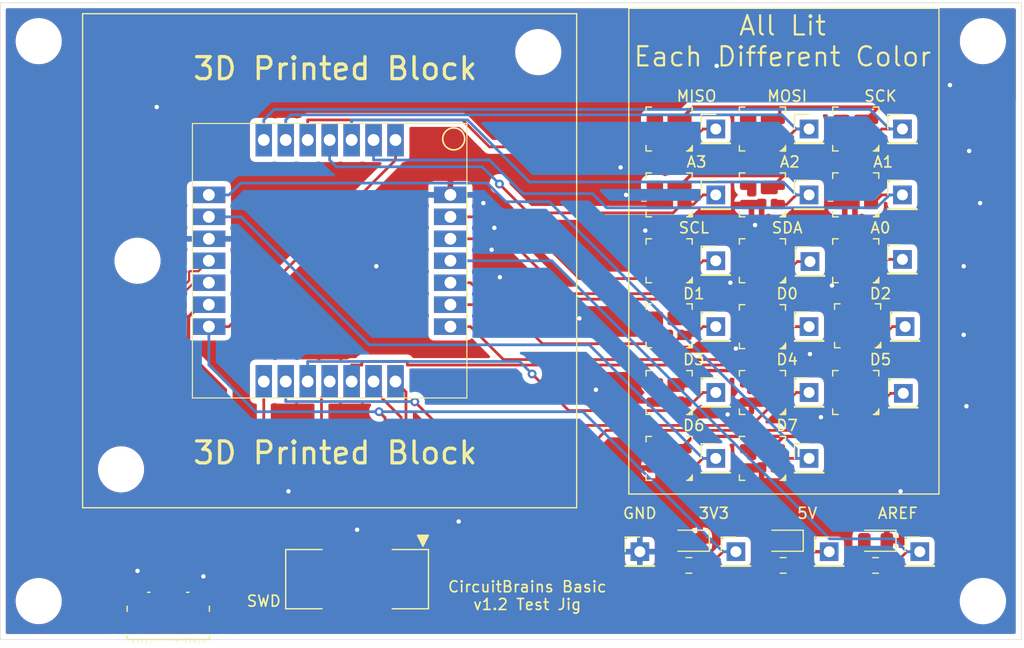
<source format=kicad_pcb>
(kicad_pcb (version 20200119) (host pcbnew "(5.99.0-954-g9a012af08)")
  (layers (0 "F.Cu" signal) (31 "B.Cu" signal) (34 "B.Paste" user) (35 "F.Paste" user) (36 "B.SilkS" user) (37 "F.SilkS" user) (38 "B.Mask" user) (39 "F.Mask" user) (44 "Edge.Cuts" user))
  (net 0 "")
  (net 1 "Net-(D1-Pad1)")
  (net 2 "GND")
  (net 3 "/D7")
  (net 4 "Net-(D2-Pad1)")
  (net 5 "Net-(D5-Pad2)")
  (net 6 "Net-(D6-Pad2)")
  (net 7 "Net-(D7-Pad2)")
  (net 8 "Net-(D8-Pad1)")
  (net 9 "Net-(D9-Pad1)")
  (net 10 "/D6")
  (net 11 "Net-(D12-Pad1)")
  (net 12 "/D5")
  (net 13 "Net-(D13-Pad1)")
  (net 14 "Net-(D16-Pad1)")
  (net 15 "/D4")
  (net 16 "Net-(D17-Pad1)")
  (net 17 "/A3")
  (net 18 "Net-(D20-Pad1)")
  (net 19 "/D3")
  (net 20 "Net-(D21-Pad1)")
  (net 21 "/A2")
  (net 22 "/MOSI")
  (net 23 "Net-(D23-Pad1)")
  (net 24 "Net-(D24-Pad1)")
  (net 25 "/D2")
  (net 26 "/A1")
  (net 27 "Net-(D26-Pad1)")
  (net 28 "/SCK")
  (net 29 "/D1")
  (net 30 "/A0")
  (net 31 "/MISO")
  (net 32 "Net-(D29-Pad1)")
  (net 33 "/D0")
  (net 34 "/SCL")
  (net 35 "Net-(D32-Pad1)")
  (net 36 "/SDA")
  (net 37 "Net-(D35-Pad1)")
  (net 38 "Net-(D38-Pad1)")
  (net 39 "+3V3")
  (net 40 "/AREF")
  (net 41 "/RESET")
  (net 42 "/SWCLK")
  (net 43 "/SWDIO")
  (net 44 "/SWO")
  (net 45 "/D-")
  (net 46 "/D+")
  (net 47 "Net-(X1-Pad7)")
  (net 48 "Net-(X1-Pad8)")
  (net 49 "Net-(X2-PadID)")
  (net 50 "+5V")
  (net 51 "Net-(X1-Pad9)")
  (module "CircuitBrainsBasicTestJig:Basic_28SOM_25MMx25MM_Pogo_Test_Jig" (layer "F.Cu") (at 125 100 -90)
    (fp_text reference "U1" hide)
    (fp_text value "CircuitBrainsBasic" hide)
    (pad "1" thru_hole rect (at 1.5 6.5 270) (size 3 1.5) (drill 1.08) (layers *.Cu *.Mask) (net 39 "+3V3"))
    (pad "2" thru_hole rect (at 1.5 8.5 270) (size 3 1.5) (drill 1.08) (layers *.Cu *.Mask) (net 26 "/A1"))
    (pad "3" thru_hole rect (at 1.5 10.5 270) (size 3 1.5) (drill 1.08) (layers *.Cu *.Mask) (net 21 "/A2"))
    (pad "4" thru_hole rect (at 1.5 12.5 270) (size 3 1.5) (drill 1.08) (layers *.Cu *.Mask) (net 17 "/A3"))
    (pad "5" thru_hole rect (at 1.5 14.5 270) (size 3 1.5) (drill 1.08) (layers *.Cu *.Mask) (net 31 "/MISO"))
    (pad "6" thru_hole rect (at 1.5 16.5 270) (size 3 1.5) (drill 1.08) (layers *.Cu *.Mask) (net 22 "/MOSI"))
    (pad "7" thru_hole rect (at 1.5 18.5 270) (size 3 1.5) (drill 1.08) (layers *.Cu *.Mask) (net 28 "/SCK"))
    (pad "9" thru_hole rect (at 8.5 23.5 180) (size 3 1.5) (drill 1.08) (layers *.Cu *.Mask) (net 10 "/D6"))
    (pad "13" thru_hole rect (at 16.5 23.5 180) (size 3 1.5) (drill 1.08) (layers *.Cu *.Mask) (net 50 "+5V"))
    (pad "8" thru_hole rect (at 6.5 23.5 180) (size 3 1.5) (drill 1.08) (layers *.Cu *.Mask) (net 3 "/D7"))
    (pad "10" thru_hole rect (at 10.5 23.5 180) (size 3 1.5) (drill 1.08) (layers *.Cu *.Mask) (net 2 "GND"))
    (pad "11" thru_hole rect (at 12.5 23.5 180) (size 3 1.5) (drill 1.08) (layers *.Cu *.Mask) (net 45 "/D-"))
    (pad "12" thru_hole rect (at 14.5 23.5 180) (size 3 1.5) (drill 1.08) (layers *.Cu *.Mask) (net 46 "/D+"))
    (pad "14" thru_hole rect (at 18.5 23.5 180) (size 3 1.5) (drill 1.08) (layers *.Cu *.Mask) (net 39 "+3V3"))
    (pad "19" thru_hole rect (at 23.5 10.5 90) (size 3 1.5) (drill 1.08) (layers *.Cu *.Mask) (net 25 "/D2"))
    (pad "20" thru_hole rect (at 23.5 8.5 90) (size 3 1.5) (drill 1.08) (layers *.Cu *.Mask) (net 42 "/SWCLK"))
    (pad "18" thru_hole rect (at 23.5 12.5 90) (size 3 1.5) (drill 1.08) (layers *.Cu *.Mask) (net 41 "/RESET"))
    (pad "21" thru_hole rect (at 23.5 6.5 90) (size 3 1.5) (drill 1.08) (layers *.Cu *.Mask) (net 43 "/SWDIO"))
    (pad "17" thru_hole rect (at 23.5 14.5 90) (size 3 1.5) (drill 1.08) (layers *.Cu *.Mask) (net 19 "/D3"))
    (pad "16" thru_hole rect (at 23.5 16.5 90) (size 3 1.5) (drill 1.08) (layers *.Cu *.Mask) (net 15 "/D4"))
    (pad "15" thru_hole rect (at 23.5 18.5 90) (size 3 1.5) (drill 1.08) (layers *.Cu *.Mask) (net 12 "/D5"))
    (pad "22" thru_hole rect (at 18.5 1.5 180) (size 3 1.5) (drill 1.08) (layers *.Cu *.Mask) (net 33 "/D0"))
    (pad "23" thru_hole rect (at 16.5 1.5 180) (size 3 1.5) (drill 1.08) (layers *.Cu *.Mask) (net 29 "/D1"))
    (pad "24" thru_hole rect (at 14.5 1.5 180) (size 3 1.5) (drill 1.08) (layers *.Cu *.Mask) (net 30 "/A0"))
    (pad "28" thru_hole rect (at 6.5 1.5 180) (size 3 1.5) (drill 1.08) (layers *.Cu *.Mask) (net 2 "GND"))
    (pad "25" thru_hole rect (at 12.5 1.5 180) (size 3 1.5) (drill 1.08) (layers *.Cu *.Mask) (net 40 "/AREF"))
    (pad "27" thru_hole rect (at 8.5 1.5 180) (size 3 1.5) (drill 1.08) (layers *.Cu *.Mask) (net 34 "/SCL"))
    (pad "26" thru_hole rect (at 10.5 1.5 180) (size 3 1.5) (drill 1.08) (layers *.Cu *.Mask) (net 36 "/SDA"))
  )
  (module "Kevin-USB:10118192-0001LF(MICRO-USB-B-AMPHENOL-FCI)" (layer "F.Cu") (at 97.8011 145.548)
    (fp_text reference "X2" hide)
    (fp_text value "10118192-0001LF" hide)
    (fp_text user "Edge of PCB" (at 1.397 1.47066) (layer "F.SilkS") (effects (font (size 0.254 0.254) (thickness 0.0254))))
    (pad "VBUS" smd rect (at -1.29794 -2.67462) (size 0.39878 1.34874) (layers "F.Cu" "F.Paste" "F.Mask") (net 50 "+5V"))
    (pad "ID" smd rect (at 0.6477 -2.67462) (size 0.39878 1.34874) (layers "F.Cu" "F.Paste" "F.Mask") (net 49 "Net-(X2-PadID)"))
    (pad "GND" smd rect (at 1.29794 -2.67462) (size 0.39878 1.34874) (layers "F.Cu" "F.Paste" "F.Mask") (net 2 "GND"))
    (pad "D-" smd rect (at -0.6477 -2.67462) (size 0.39878 1.34874) (layers "F.Cu" "F.Paste" "F.Mask") (net 45 "/D-"))
    (pad "D+" smd rect (at 0 -2.67462) (size 0.39878 1.34874) (layers "F.Cu" "F.Paste" "F.Mask") (net 46 "/D+"))
    (pad "CGND" smd rect (at -3.0988 -2.54762) (size 2.09804 1.59766) (layers "F.Cu" "F.Paste" "F.Mask") (net 2 "GND"))
    (pad "CGND" smd rect (at 3.0988 -2.54762) (size 2.09804 1.59766) (layers "F.Cu" "F.Paste" "F.Mask") (net 2 "GND"))
    (pad "CGND" smd rect (at 3.79984 0) (size 1.79832 1.89992) (layers "F.Cu" "F.Paste" "F.Mask") (net 2 "GND"))
    (pad "CGND" smd rect (at 1.19888 0) (size 1.89992 1.89992) (layers "F.Cu" "F.Paste" "F.Mask") (net 2 "GND"))
    (pad "CGND" smd rect (at -1.19888 0) (size 1.89992 1.89992) (layers "F.Cu" "F.Paste" "F.Mask") (net 2 "GND"))
    (pad "CGND" smd rect (at -3.79984 0) (size 1.79832 1.89992) (layers "F.Cu" "F.Paste" "F.Mask") (net 2 "GND"))
  )
  (module "Kevin-Connectors:2X05_1.27MM_BOX_POSTS_SMT" (layer "F.Cu") (at 115 141.5 180)
    (fp_text reference "X1" hide)
    (fp_text value "SWD" hide)
    (pad "10" smd rect (at 2.54 -2.14884 180) (size 0.75946 2.59842) (layers "F.Cu" "F.Paste" "F.Mask") (net 41 "/RESET"))
    (pad "9" smd rect (at 2.54 2.14884 180) (size 0.75946 2.59842) (layers "F.Cu" "F.Paste" "F.Mask") (net 51 "Net-(X1-Pad9)"))
    (pad "8" smd rect (at 1.27 -2.14884 180) (size 0.75946 2.59842) (layers "F.Cu" "F.Paste" "F.Mask") (net 48 "Net-(X1-Pad8)"))
    (pad "7" smd rect (at 1.27 2.14884 180) (size 0.75946 2.59842) (layers "F.Cu" "F.Paste" "F.Mask") (net 47 "Net-(X1-Pad7)"))
    (pad "6" smd rect (at 0 -2.14884 180) (size 0.75946 2.59842) (layers "F.Cu" "F.Paste" "F.Mask") (net 44 "/SWO"))
    (pad "5" smd rect (at 0 2.14884 180) (size 0.75946 2.59842) (layers "F.Cu" "F.Paste" "F.Mask") (net 2 "GND"))
    (pad "4" smd rect (at -1.27 -2.14884 180) (size 0.75946 2.59842) (layers "F.Cu" "F.Paste" "F.Mask") (net 42 "/SWCLK"))
    (pad "3" smd rect (at -1.27 2.14884 180) (size 0.75946 2.59842) (layers "F.Cu" "F.Paste" "F.Mask") (net 2 "GND"))
    (pad "2" smd rect (at -2.54 -2.14884 180) (size 0.75946 2.59842) (layers "F.Cu" "F.Paste" "F.Mask") (net 43 "/SWDIO"))
    (pad "1" smd rect (at -2.54 2.14884 180) (size 0.75946 2.59842) (layers "F.Cu" "F.Paste" "F.Mask") (net 39 "+3V3"))
  )
  (module "Kevin-Misc:SK6812_Mini" (layer "F.Cu") (at 160.42 106.5)
    (fp_text reference "D1" hide)
    (fp_text value "SK6812MINI" hide)
    (pad "2" smd roundrect (at -0.075 0.825) (size 0.875 0.95) (layers "F.Cu" "F.Paste" "F.Mask") (roundrect_rratio 0.235) (net 2 "GND"))
    (pad "4" smd roundrect (at 0.625 -0.68) (size 1.55 1.25) (layers "F.Cu" "F.Paste" "F.Mask") (roundrect_rratio 0.16) (net 50 "+5V"))
    (pad "3" smd roundrect (at 1.08 0.825) (size 0.65 0.95) (layers "F.Cu" "F.Paste" "F.Mask") (roundrect_rratio 0.307) (net 26 "/A1"))
    (pad "1" smd roundrect (at -0.975 -0.575) (size 0.85 1.45) (layers "F.Cu" "F.Paste" "F.Mask") (net 1 "Net-(D1-Pad1)"))
    (pad "4" smd roundrect (at 1.05 -0.875) (size 2 0.85) (layers "F.Cu" "F.Paste" "F.Mask") (roundrect_rratio 0.235) (net 50 "+5V"))
    (pad "3" smd roundrect (at 1.55 0.875) (size 1 0.85) (layers "F.Cu" "F.Paste" "F.Mask") (roundrect_rratio 0.235) (net 26 "/A1"))
    (pad "2" smd roundrect (at -1 0.875) (size 2.1 0.85) (layers "F.Cu" "F.Paste" "F.Mask") (roundrect_rratio 0.235) (net 2 "GND"))
    (pad "1" smd roundrect (at -1.4 -0.875) (size 1.3 0.85) (layers "F.Cu" "F.Paste" "F.Mask") (roundrect_rratio 0.235) (net 1 "Net-(D1-Pad1)"))
  )
  (module "Kevin-Misc:SK6812_Mini" (layer "F.Cu") (at 160.59 118.425)
    (fp_text reference "D2" hide)
    (fp_text value "SK6812MINI" hide)
    (pad "2" smd roundrect (at -0.075 0.825) (size 0.875 0.95) (layers "F.Cu" "F.Paste" "F.Mask") (roundrect_rratio 0.235) (net 2 "GND"))
    (pad "4" smd roundrect (at 0.625 -0.68) (size 1.55 1.25) (layers "F.Cu" "F.Paste" "F.Mask") (roundrect_rratio 0.16) (net 50 "+5V"))
    (pad "3" smd roundrect (at 1.08 0.825) (size 0.65 0.95) (layers "F.Cu" "F.Paste" "F.Mask") (roundrect_rratio 0.307) (net 25 "/D2"))
    (pad "1" smd roundrect (at -0.975 -0.575) (size 0.85 1.45) (layers "F.Cu" "F.Paste" "F.Mask") (net 4 "Net-(D2-Pad1)"))
    (pad "4" smd roundrect (at 1.05 -0.875) (size 2 0.85) (layers "F.Cu" "F.Paste" "F.Mask") (roundrect_rratio 0.235) (net 50 "+5V"))
    (pad "3" smd roundrect (at 1.55 0.875) (size 1 0.85) (layers "F.Cu" "F.Paste" "F.Mask") (roundrect_rratio 0.235) (net 25 "/D2"))
    (pad "2" smd roundrect (at -1 0.875) (size 2.1 0.85) (layers "F.Cu" "F.Paste" "F.Mask") (roundrect_rratio 0.235) (net 2 "GND"))
    (pad "1" smd roundrect (at -1.4 -0.875) (size 1.3 0.85) (layers "F.Cu" "F.Paste" "F.Mask") (roundrect_rratio 0.235) (net 4 "Net-(D2-Pad1)"))
  )
  (module "Kevin-Misc:SK6812_Mini" (layer "F.Cu") (at 151.92 106.5)
    (fp_text reference "D8" hide)
    (fp_text value "SK6812MINI" hide)
    (pad "2" smd roundrect (at -0.075 0.825) (size 0.875 0.95) (layers "F.Cu" "F.Paste" "F.Mask") (roundrect_rratio 0.235) (net 2 "GND"))
    (pad "4" smd roundrect (at 0.625 -0.68) (size 1.55 1.25) (layers "F.Cu" "F.Paste" "F.Mask") (roundrect_rratio 0.16) (net 50 "+5V"))
    (pad "3" smd roundrect (at 1.08 0.825) (size 0.65 0.95) (layers "F.Cu" "F.Paste" "F.Mask") (roundrect_rratio 0.307) (net 21 "/A2"))
    (pad "1" smd roundrect (at -0.975 -0.575) (size 0.85 1.45) (layers "F.Cu" "F.Paste" "F.Mask") (net 8 "Net-(D8-Pad1)"))
    (pad "4" smd roundrect (at 1.05 -0.875) (size 2 0.85) (layers "F.Cu" "F.Paste" "F.Mask") (roundrect_rratio 0.235) (net 50 "+5V"))
    (pad "3" smd roundrect (at 1.55 0.875) (size 1 0.85) (layers "F.Cu" "F.Paste" "F.Mask") (roundrect_rratio 0.235) (net 21 "/A2"))
    (pad "2" smd roundrect (at -1 0.875) (size 2.1 0.85) (layers "F.Cu" "F.Paste" "F.Mask") (roundrect_rratio 0.235) (net 2 "GND"))
    (pad "1" smd roundrect (at -1.4 -0.875) (size 1.3 0.85) (layers "F.Cu" "F.Paste" "F.Mask") (roundrect_rratio 0.235) (net 8 "Net-(D8-Pad1)"))
  )
  (module "Kevin-Misc:SK6812_Mini" (layer "F.Cu") (at 151.92 118.5)
    (fp_text reference "D9" hide)
    (fp_text value "SK6812MINI" hide)
    (pad "2" smd roundrect (at -0.075 0.825) (size 0.875 0.95) (layers "F.Cu" "F.Paste" "F.Mask") (roundrect_rratio 0.235) (net 2 "GND"))
    (pad "4" smd roundrect (at 0.625 -0.68) (size 1.55 1.25) (layers "F.Cu" "F.Paste" "F.Mask") (roundrect_rratio 0.16) (net 50 "+5V"))
    (pad "3" smd roundrect (at 1.08 0.825) (size 0.65 0.95) (layers "F.Cu" "F.Paste" "F.Mask") (roundrect_rratio 0.307) (net 33 "/D0"))
    (pad "1" smd roundrect (at -0.975 -0.575) (size 0.85 1.45) (layers "F.Cu" "F.Paste" "F.Mask") (net 9 "Net-(D9-Pad1)"))
    (pad "4" smd roundrect (at 1.05 -0.875) (size 2 0.85) (layers "F.Cu" "F.Paste" "F.Mask") (roundrect_rratio 0.235) (net 50 "+5V"))
    (pad "3" smd roundrect (at 1.55 0.875) (size 1 0.85) (layers "F.Cu" "F.Paste" "F.Mask") (roundrect_rratio 0.235) (net 33 "/D0"))
    (pad "2" smd roundrect (at -1 0.875) (size 2.1 0.85) (layers "F.Cu" "F.Paste" "F.Mask") (roundrect_rratio 0.235) (net 2 "GND"))
    (pad "1" smd roundrect (at -1.4 -0.875) (size 1.3 0.85) (layers "F.Cu" "F.Paste" "F.Mask") (roundrect_rratio 0.235) (net 9 "Net-(D9-Pad1)"))
  )
  (module "Kevin-Misc:SK6812_Mini" (layer "F.Cu") (at 143.42 106.5)
    (fp_text reference "D12" hide)
    (fp_text value "SK6812MINI" hide)
    (pad "2" smd roundrect (at -0.075 0.825) (size 0.875 0.95) (layers "F.Cu" "F.Paste" "F.Mask") (roundrect_rratio 0.235) (net 2 "GND"))
    (pad "4" smd roundrect (at 0.625 -0.68) (size 1.55 1.25) (layers "F.Cu" "F.Paste" "F.Mask") (roundrect_rratio 0.16) (net 50 "+5V"))
    (pad "3" smd roundrect (at 1.08 0.825) (size 0.65 0.95) (layers "F.Cu" "F.Paste" "F.Mask") (roundrect_rratio 0.307) (net 17 "/A3"))
    (pad "1" smd roundrect (at -0.975 -0.575) (size 0.85 1.45) (layers "F.Cu" "F.Paste" "F.Mask") (net 11 "Net-(D12-Pad1)"))
    (pad "4" smd roundrect (at 1.05 -0.875) (size 2 0.85) (layers "F.Cu" "F.Paste" "F.Mask") (roundrect_rratio 0.235) (net 50 "+5V"))
    (pad "3" smd roundrect (at 1.55 0.875) (size 1 0.85) (layers "F.Cu" "F.Paste" "F.Mask") (roundrect_rratio 0.235) (net 17 "/A3"))
    (pad "2" smd roundrect (at -1 0.875) (size 2.1 0.85) (layers "F.Cu" "F.Paste" "F.Mask") (roundrect_rratio 0.235) (net 2 "GND"))
    (pad "1" smd roundrect (at -1.4 -0.875) (size 1.3 0.85) (layers "F.Cu" "F.Paste" "F.Mask") (roundrect_rratio 0.235) (net 11 "Net-(D12-Pad1)"))
  )
  (module "Kevin-Misc:SK6812_Mini" (layer "F.Cu") (at 143.42 118.425)
    (fp_text reference "D13" hide)
    (fp_text value "SK6812MINI" hide)
    (pad "2" smd roundrect (at -0.075 0.825) (size 0.875 0.95) (layers "F.Cu" "F.Paste" "F.Mask") (roundrect_rratio 0.235) (net 2 "GND"))
    (pad "4" smd roundrect (at 0.625 -0.68) (size 1.55 1.25) (layers "F.Cu" "F.Paste" "F.Mask") (roundrect_rratio 0.16) (net 50 "+5V"))
    (pad "3" smd roundrect (at 1.08 0.825) (size 0.65 0.95) (layers "F.Cu" "F.Paste" "F.Mask") (roundrect_rratio 0.307) (net 29 "/D1"))
    (pad "1" smd roundrect (at -0.975 -0.575) (size 0.85 1.45) (layers "F.Cu" "F.Paste" "F.Mask") (net 13 "Net-(D13-Pad1)"))
    (pad "4" smd roundrect (at 1.05 -0.875) (size 2 0.85) (layers "F.Cu" "F.Paste" "F.Mask") (roundrect_rratio 0.235) (net 50 "+5V"))
    (pad "3" smd roundrect (at 1.55 0.875) (size 1 0.85) (layers "F.Cu" "F.Paste" "F.Mask") (roundrect_rratio 0.235) (net 29 "/D1"))
    (pad "2" smd roundrect (at -1 0.875) (size 2.1 0.85) (layers "F.Cu" "F.Paste" "F.Mask") (roundrect_rratio 0.235) (net 2 "GND"))
    (pad "1" smd roundrect (at -1.4 -0.875) (size 1.3 0.85) (layers "F.Cu" "F.Paste" "F.Mask") (roundrect_rratio 0.235) (net 13 "Net-(D13-Pad1)"))
  )
  (module "Kevin-Misc:SK6812_Mini" (layer "F.Cu") (at 143.42 100.5)
    (fp_text reference "D16" hide)
    (fp_text value "SK6812MINI" hide)
    (pad "2" smd roundrect (at -0.075 0.825) (size 0.875 0.95) (layers "F.Cu" "F.Paste" "F.Mask") (roundrect_rratio 0.235) (net 2 "GND"))
    (pad "4" smd roundrect (at 0.625 -0.68) (size 1.55 1.25) (layers "F.Cu" "F.Paste" "F.Mask") (roundrect_rratio 0.16) (net 50 "+5V"))
    (pad "3" smd roundrect (at 1.08 0.825) (size 0.65 0.95) (layers "F.Cu" "F.Paste" "F.Mask") (roundrect_rratio 0.307) (net 31 "/MISO"))
    (pad "1" smd roundrect (at -0.975 -0.575) (size 0.85 1.45) (layers "F.Cu" "F.Paste" "F.Mask") (net 14 "Net-(D16-Pad1)"))
    (pad "4" smd roundrect (at 1.05 -0.875) (size 2 0.85) (layers "F.Cu" "F.Paste" "F.Mask") (roundrect_rratio 0.235) (net 50 "+5V"))
    (pad "3" smd roundrect (at 1.55 0.875) (size 1 0.85) (layers "F.Cu" "F.Paste" "F.Mask") (roundrect_rratio 0.235) (net 31 "/MISO"))
    (pad "2" smd roundrect (at -1 0.875) (size 2.1 0.85) (layers "F.Cu" "F.Paste" "F.Mask") (roundrect_rratio 0.235) (net 2 "GND"))
    (pad "1" smd roundrect (at -1.4 -0.875) (size 1.3 0.85) (layers "F.Cu" "F.Paste" "F.Mask") (roundrect_rratio 0.235) (net 14 "Net-(D16-Pad1)"))
  )
  (module "Kevin-Misc:SK6812_Mini" (layer "F.Cu") (at 160.42 112.5)
    (fp_text reference "D17" hide)
    (fp_text value "SK6812MINI" hide)
    (pad "2" smd roundrect (at -0.075 0.825) (size 0.875 0.95) (layers "F.Cu" "F.Paste" "F.Mask") (roundrect_rratio 0.235) (net 2 "GND"))
    (pad "4" smd roundrect (at 0.625 -0.68) (size 1.55 1.25) (layers "F.Cu" "F.Paste" "F.Mask") (roundrect_rratio 0.16) (net 50 "+5V"))
    (pad "3" smd roundrect (at 1.08 0.825) (size 0.65 0.95) (layers "F.Cu" "F.Paste" "F.Mask") (roundrect_rratio 0.307) (net 30 "/A0"))
    (pad "1" smd roundrect (at -0.975 -0.575) (size 0.85 1.45) (layers "F.Cu" "F.Paste" "F.Mask") (net 16 "Net-(D17-Pad1)"))
    (pad "4" smd roundrect (at 1.05 -0.875) (size 2 0.85) (layers "F.Cu" "F.Paste" "F.Mask") (roundrect_rratio 0.235) (net 50 "+5V"))
    (pad "3" smd roundrect (at 1.55 0.875) (size 1 0.85) (layers "F.Cu" "F.Paste" "F.Mask") (roundrect_rratio 0.235) (net 30 "/A0"))
    (pad "2" smd roundrect (at -1 0.875) (size 2.1 0.85) (layers "F.Cu" "F.Paste" "F.Mask") (roundrect_rratio 0.235) (net 2 "GND"))
    (pad "1" smd roundrect (at -1.4 -0.875) (size 1.3 0.85) (layers "F.Cu" "F.Paste" "F.Mask") (roundrect_rratio 0.235) (net 16 "Net-(D17-Pad1)"))
  )
  (module "Kevin-Misc:SK6812_Mini" (layer "F.Cu") (at 151.92 100.5)
    (fp_text reference "D20" hide)
    (fp_text value "SK6812MINI" hide)
    (pad "2" smd roundrect (at -0.075 0.825) (size 0.875 0.95) (layers "F.Cu" "F.Paste" "F.Mask") (roundrect_rratio 0.235) (net 2 "GND"))
    (pad "4" smd roundrect (at 0.625 -0.68) (size 1.55 1.25) (layers "F.Cu" "F.Paste" "F.Mask") (roundrect_rratio 0.16) (net 50 "+5V"))
    (pad "3" smd roundrect (at 1.08 0.825) (size 0.65 0.95) (layers "F.Cu" "F.Paste" "F.Mask") (roundrect_rratio 0.307) (net 22 "/MOSI"))
    (pad "1" smd roundrect (at -0.975 -0.575) (size 0.85 1.45) (layers "F.Cu" "F.Paste" "F.Mask") (net 18 "Net-(D20-Pad1)"))
    (pad "4" smd roundrect (at 1.05 -0.875) (size 2 0.85) (layers "F.Cu" "F.Paste" "F.Mask") (roundrect_rratio 0.235) (net 50 "+5V"))
    (pad "3" smd roundrect (at 1.55 0.875) (size 1 0.85) (layers "F.Cu" "F.Paste" "F.Mask") (roundrect_rratio 0.235) (net 22 "/MOSI"))
    (pad "2" smd roundrect (at -1 0.875) (size 2.1 0.85) (layers "F.Cu" "F.Paste" "F.Mask") (roundrect_rratio 0.235) (net 2 "GND"))
    (pad "1" smd roundrect (at -1.4 -0.875) (size 1.3 0.85) (layers "F.Cu" "F.Paste" "F.Mask") (roundrect_rratio 0.235) (net 18 "Net-(D20-Pad1)"))
  )
  (module "Kevin-Misc:SK6812_Mini" (layer "F.Cu") (at 151.92 112.5)
    (fp_text reference "D21" hide)
    (fp_text value "SK6812MINI" hide)
    (pad "2" smd roundrect (at -0.075 0.825) (size 0.875 0.95) (layers "F.Cu" "F.Paste" "F.Mask") (roundrect_rratio 0.235) (net 2 "GND"))
    (pad "4" smd roundrect (at 0.625 -0.68) (size 1.55 1.25) (layers "F.Cu" "F.Paste" "F.Mask") (roundrect_rratio 0.16) (net 50 "+5V"))
    (pad "3" smd roundrect (at 1.08 0.825) (size 0.65 0.95) (layers "F.Cu" "F.Paste" "F.Mask") (roundrect_rratio 0.307) (net 36 "/SDA"))
    (pad "1" smd roundrect (at -0.975 -0.575) (size 0.85 1.45) (layers "F.Cu" "F.Paste" "F.Mask") (net 20 "Net-(D21-Pad1)"))
    (pad "4" smd roundrect (at 1.05 -0.875) (size 2 0.85) (layers "F.Cu" "F.Paste" "F.Mask") (roundrect_rratio 0.235) (net 50 "+5V"))
    (pad "3" smd roundrect (at 1.55 0.875) (size 1 0.85) (layers "F.Cu" "F.Paste" "F.Mask") (roundrect_rratio 0.235) (net 36 "/SDA"))
    (pad "2" smd roundrect (at -1 0.875) (size 2.1 0.85) (layers "F.Cu" "F.Paste" "F.Mask") (roundrect_rratio 0.235) (net 2 "GND"))
    (pad "1" smd roundrect (at -1.4 -0.875) (size 1.3 0.85) (layers "F.Cu" "F.Paste" "F.Mask") (roundrect_rratio 0.235) (net 20 "Net-(D21-Pad1)"))
  )
  (module "Kevin-Misc:SK6812_Mini" (layer "F.Cu") (at 160.42 100.5)
    (fp_text reference "D23" hide)
    (fp_text value "SK6812MINI" hide)
    (pad "2" smd roundrect (at -0.075 0.825) (size 0.875 0.95) (layers "F.Cu" "F.Paste" "F.Mask") (roundrect_rratio 0.235) (net 2 "GND"))
    (pad "4" smd roundrect (at 0.625 -0.68) (size 1.55 1.25) (layers "F.Cu" "F.Paste" "F.Mask") (roundrect_rratio 0.16) (net 50 "+5V"))
    (pad "3" smd roundrect (at 1.08 0.825) (size 0.65 0.95) (layers "F.Cu" "F.Paste" "F.Mask") (roundrect_rratio 0.307) (net 28 "/SCK"))
    (pad "1" smd roundrect (at -0.975 -0.575) (size 0.85 1.45) (layers "F.Cu" "F.Paste" "F.Mask") (net 23 "Net-(D23-Pad1)"))
    (pad "4" smd roundrect (at 1.05 -0.875) (size 2 0.85) (layers "F.Cu" "F.Paste" "F.Mask") (roundrect_rratio 0.235) (net 50 "+5V"))
    (pad "3" smd roundrect (at 1.55 0.875) (size 1 0.85) (layers "F.Cu" "F.Paste" "F.Mask") (roundrect_rratio 0.235) (net 28 "/SCK"))
    (pad "2" smd roundrect (at -1 0.875) (size 2.1 0.85) (layers "F.Cu" "F.Paste" "F.Mask") (roundrect_rratio 0.235) (net 2 "GND"))
    (pad "1" smd roundrect (at -1.4 -0.875) (size 1.3 0.85) (layers "F.Cu" "F.Paste" "F.Mask") (roundrect_rratio 0.235) (net 23 "Net-(D23-Pad1)"))
  )
  (module "Kevin-Misc:SK6812_Mini" (layer "F.Cu") (at 143.42 112.5)
    (fp_text reference "D24" hide)
    (fp_text value "SK6812MINI" hide)
    (pad "2" smd roundrect (at -0.075 0.825) (size 0.875 0.95) (layers "F.Cu" "F.Paste" "F.Mask") (roundrect_rratio 0.235) (net 2 "GND"))
    (pad "4" smd roundrect (at 0.625 -0.68) (size 1.55 1.25) (layers "F.Cu" "F.Paste" "F.Mask") (roundrect_rratio 0.16) (net 50 "+5V"))
    (pad "3" smd roundrect (at 1.08 0.825) (size 0.65 0.95) (layers "F.Cu" "F.Paste" "F.Mask") (roundrect_rratio 0.307) (net 34 "/SCL"))
    (pad "1" smd roundrect (at -0.975 -0.575) (size 0.85 1.45) (layers "F.Cu" "F.Paste" "F.Mask") (net 24 "Net-(D24-Pad1)"))
    (pad "4" smd roundrect (at 1.05 -0.875) (size 2 0.85) (layers "F.Cu" "F.Paste" "F.Mask") (roundrect_rratio 0.235) (net 50 "+5V"))
    (pad "3" smd roundrect (at 1.55 0.875) (size 1 0.85) (layers "F.Cu" "F.Paste" "F.Mask") (roundrect_rratio 0.235) (net 34 "/SCL"))
    (pad "2" smd roundrect (at -1 0.875) (size 2.1 0.85) (layers "F.Cu" "F.Paste" "F.Mask") (roundrect_rratio 0.235) (net 2 "GND"))
    (pad "1" smd roundrect (at -1.4 -0.875) (size 1.3 0.85) (layers "F.Cu" "F.Paste" "F.Mask") (roundrect_rratio 0.235) (net 24 "Net-(D24-Pad1)"))
  )
  (module "Kevin-Misc:SK6812_Mini" (layer "F.Cu") (at 151.92 130.5)
    (fp_text reference "D26" hide)
    (fp_text value "SK6812MINI" hide)
    (pad "2" smd roundrect (at -0.075 0.825) (size 0.875 0.95) (layers "F.Cu" "F.Paste" "F.Mask") (roundrect_rratio 0.235) (net 2 "GND"))
    (pad "4" smd roundrect (at 0.625 -0.68) (size 1.55 1.25) (layers "F.Cu" "F.Paste" "F.Mask") (roundrect_rratio 0.16) (net 50 "+5V"))
    (pad "3" smd roundrect (at 1.08 0.825) (size 0.65 0.95) (layers "F.Cu" "F.Paste" "F.Mask") (roundrect_rratio 0.307) (net 3 "/D7"))
    (pad "1" smd roundrect (at -0.975 -0.575) (size 0.85 1.45) (layers "F.Cu" "F.Paste" "F.Mask") (net 27 "Net-(D26-Pad1)"))
    (pad "4" smd roundrect (at 1.05 -0.875) (size 2 0.85) (layers "F.Cu" "F.Paste" "F.Mask") (roundrect_rratio 0.235) (net 50 "+5V"))
    (pad "3" smd roundrect (at 1.55 0.875) (size 1 0.85) (layers "F.Cu" "F.Paste" "F.Mask") (roundrect_rratio 0.235) (net 3 "/D7"))
    (pad "2" smd roundrect (at -1 0.875) (size 2.1 0.85) (layers "F.Cu" "F.Paste" "F.Mask") (roundrect_rratio 0.235) (net 2 "GND"))
    (pad "1" smd roundrect (at -1.4 -0.875) (size 1.3 0.85) (layers "F.Cu" "F.Paste" "F.Mask") (roundrect_rratio 0.235) (net 27 "Net-(D26-Pad1)"))
  )
  (module "Kevin-Misc:SK6812_Mini" (layer "F.Cu") (at 143.42 130.5)
    (fp_text reference "D29" hide)
    (fp_text value "SK6812MINI" hide)
    (pad "2" smd roundrect (at -0.075 0.825) (size 0.875 0.95) (layers "F.Cu" "F.Paste" "F.Mask") (roundrect_rratio 0.235) (net 2 "GND"))
    (pad "4" smd roundrect (at 0.625 -0.68) (size 1.55 1.25) (layers "F.Cu" "F.Paste" "F.Mask") (roundrect_rratio 0.16) (net 50 "+5V"))
    (pad "3" smd roundrect (at 1.08 0.825) (size 0.65 0.95) (layers "F.Cu" "F.Paste" "F.Mask") (roundrect_rratio 0.307) (net 10 "/D6"))
    (pad "1" smd roundrect (at -0.975 -0.575) (size 0.85 1.45) (layers "F.Cu" "F.Paste" "F.Mask") (net 32 "Net-(D29-Pad1)"))
    (pad "4" smd roundrect (at 1.05 -0.875) (size 2 0.85) (layers "F.Cu" "F.Paste" "F.Mask") (roundrect_rratio 0.235) (net 50 "+5V"))
    (pad "3" smd roundrect (at 1.55 0.875) (size 1 0.85) (layers "F.Cu" "F.Paste" "F.Mask") (roundrect_rratio 0.235) (net 10 "/D6"))
    (pad "2" smd roundrect (at -1 0.875) (size 2.1 0.85) (layers "F.Cu" "F.Paste" "F.Mask") (roundrect_rratio 0.235) (net 2 "GND"))
    (pad "1" smd roundrect (at -1.4 -0.875) (size 1.3 0.85) (layers "F.Cu" "F.Paste" "F.Mask") (roundrect_rratio 0.235) (net 32 "Net-(D29-Pad1)"))
  )
  (module "Kevin-Misc:SK6812_Mini" (layer "F.Cu") (at 160.42 124.5)
    (fp_text reference "D32" hide)
    (fp_text value "SK6812MINI" hide)
    (pad "2" smd roundrect (at -0.075 0.825) (size 0.875 0.95) (layers "F.Cu" "F.Paste" "F.Mask") (roundrect_rratio 0.235) (net 2 "GND"))
    (pad "4" smd roundrect (at 0.625 -0.68) (size 1.55 1.25) (layers "F.Cu" "F.Paste" "F.Mask") (roundrect_rratio 0.16) (net 50 "+5V"))
    (pad "3" smd roundrect (at 1.08 0.825) (size 0.65 0.95) (layers "F.Cu" "F.Paste" "F.Mask") (roundrect_rratio 0.307) (net 12 "/D5"))
    (pad "1" smd roundrect (at -0.975 -0.575) (size 0.85 1.45) (layers "F.Cu" "F.Paste" "F.Mask") (net 35 "Net-(D32-Pad1)"))
    (pad "4" smd roundrect (at 1.05 -0.875) (size 2 0.85) (layers "F.Cu" "F.Paste" "F.Mask") (roundrect_rratio 0.235) (net 50 "+5V"))
    (pad "3" smd roundrect (at 1.55 0.875) (size 1 0.85) (layers "F.Cu" "F.Paste" "F.Mask") (roundrect_rratio 0.235) (net 12 "/D5"))
    (pad "2" smd roundrect (at -1 0.875) (size 2.1 0.85) (layers "F.Cu" "F.Paste" "F.Mask") (roundrect_rratio 0.235) (net 2 "GND"))
    (pad "1" smd roundrect (at -1.4 -0.875) (size 1.3 0.85) (layers "F.Cu" "F.Paste" "F.Mask") (roundrect_rratio 0.235) (net 35 "Net-(D32-Pad1)"))
  )
  (module "Kevin-Misc:SK6812_Mini" (layer "F.Cu") (at 151.92 124.5)
    (fp_text reference "D35" hide)
    (fp_text value "SK6812MINI" hide)
    (pad "2" smd roundrect (at -0.075 0.825) (size 0.875 0.95) (layers "F.Cu" "F.Paste" "F.Mask") (roundrect_rratio 0.235) (net 2 "GND"))
    (pad "4" smd roundrect (at 0.625 -0.68) (size 1.55 1.25) (layers "F.Cu" "F.Paste" "F.Mask") (roundrect_rratio 0.16) (net 50 "+5V"))
    (pad "3" smd roundrect (at 1.08 0.825) (size 0.65 0.95) (layers "F.Cu" "F.Paste" "F.Mask") (roundrect_rratio 0.307) (net 15 "/D4"))
    (pad "1" smd roundrect (at -0.975 -0.575) (size 0.85 1.45) (layers "F.Cu" "F.Paste" "F.Mask") (net 37 "Net-(D35-Pad1)"))
    (pad "4" smd roundrect (at 1.05 -0.875) (size 2 0.85) (layers "F.Cu" "F.Paste" "F.Mask") (roundrect_rratio 0.235) (net 50 "+5V"))
    (pad "3" smd roundrect (at 1.55 0.875) (size 1 0.85) (layers "F.Cu" "F.Paste" "F.Mask") (roundrect_rratio 0.235) (net 15 "/D4"))
    (pad "2" smd roundrect (at -1 0.875) (size 2.1 0.85) (layers "F.Cu" "F.Paste" "F.Mask") (roundrect_rratio 0.235) (net 2 "GND"))
    (pad "1" smd roundrect (at -1.4 -0.875) (size 1.3 0.85) (layers "F.Cu" "F.Paste" "F.Mask") (roundrect_rratio 0.235) (net 37 "Net-(D35-Pad1)"))
  )
  (module "Kevin-Misc:SK6812_Mini" (layer "F.Cu") (at 143.42 124.5)
    (fp_text reference "D38" hide)
    (fp_text value "SK6812MINI" hide)
    (pad "2" smd roundrect (at -0.075 0.825) (size 0.875 0.95) (layers "F.Cu" "F.Paste" "F.Mask") (roundrect_rratio 0.235) (net 2 "GND"))
    (pad "4" smd roundrect (at 0.625 -0.68) (size 1.55 1.25) (layers "F.Cu" "F.Paste" "F.Mask") (roundrect_rratio 0.16) (net 50 "+5V"))
    (pad "3" smd roundrect (at 1.08 0.825) (size 0.65 0.95) (layers "F.Cu" "F.Paste" "F.Mask") (roundrect_rratio 0.307) (net 19 "/D3"))
    (pad "1" smd roundrect (at -0.975 -0.575) (size 0.85 1.45) (layers "F.Cu" "F.Paste" "F.Mask") (net 38 "Net-(D38-Pad1)"))
    (pad "4" smd roundrect (at 1.05 -0.875) (size 2 0.85) (layers "F.Cu" "F.Paste" "F.Mask") (roundrect_rratio 0.235) (net 50 "+5V"))
    (pad "3" smd roundrect (at 1.55 0.875) (size 1 0.85) (layers "F.Cu" "F.Paste" "F.Mask") (roundrect_rratio 0.235) (net 19 "/D3"))
    (pad "2" smd roundrect (at -1 0.875) (size 2.1 0.85) (layers "F.Cu" "F.Paste" "F.Mask") (roundrect_rratio 0.235) (net 2 "GND"))
    (pad "1" smd roundrect (at -1.4 -0.875) (size 1.3 0.85) (layers "F.Cu" "F.Paste" "F.Mask") (roundrect_rratio 0.235) (net 38 "Net-(D38-Pad1)"))
  )
  (module "LED_SMD:LED_0805_2012Metric_Pad1.15x1.40mm_HandSolder" (layer "F.Cu") (at 153.775 138 180)
    (fp_text reference "D5" hide)
    (fp_text value "LED" hide)
    (pad "2" smd roundrect (at 1.025 0 180) (size 1.15 1.4) (layers "F.Cu" "F.Paste" "F.Mask") (roundrect_rratio 0.217391) (net 5 "Net-(D5-Pad2)"))
    (pad "1" smd roundrect (at -1.025 0 180) (size 1.15 1.4) (layers "F.Cu" "F.Paste" "F.Mask") (roundrect_rratio 0.217391) (net 2 "GND"))
  )
  (module "LED_SMD:LED_0805_2012Metric_Pad1.15x1.40mm_HandSolder" (layer "F.Cu") (at 145.225 138 180)
    (fp_text reference "D6" hide)
    (fp_text value "LED" hide)
    (pad "1" smd roundrect (at -1.025 0 180) (size 1.15 1.4) (layers "F.Cu" "F.Paste" "F.Mask") (roundrect_rratio 0.217391) (net 2 "GND"))
    (pad "2" smd roundrect (at 1.025 0 180) (size 1.15 1.4) (layers "F.Cu" "F.Paste" "F.Mask") (roundrect_rratio 0.217391) (net 6 "Net-(D6-Pad2)"))
  )
  (module "LED_SMD:LED_0805_2012Metric_Pad1.15x1.40mm_HandSolder" (layer "F.Cu") (at 162.225 138 180)
    (fp_text reference "D7" hide)
    (fp_text value "LED" hide)
    (pad "1" smd roundrect (at -1.025 0 180) (size 1.15 1.4) (layers "F.Cu" "F.Paste" "F.Mask") (roundrect_rratio 0.217391) (net 2 "GND"))
    (pad "2" smd roundrect (at 1.025 0 180) (size 1.15 1.4) (layers "F.Cu" "F.Paste" "F.Mask") (roundrect_rratio 0.217391) (net 7 "Net-(D7-Pad2)"))
  )
  (module "Resistor_SMD:R_0805_2012Metric_Pad1.15x1.40mm_HandSolder" (layer "F.Cu") (at 153.8 140.25 180)
    (fp_text reference "R1" hide)
    (fp_text value "1K" hide)
    (pad "2" smd roundrect (at 1.025 0 180) (size 1.15 1.4) (layers "F.Cu" "F.Paste" "F.Mask") (roundrect_rratio 0.217391) (net 5 "Net-(D5-Pad2)"))
    (pad "1" smd roundrect (at -1.025 0 180) (size 1.15 1.4) (layers "F.Cu" "F.Paste" "F.Mask") (roundrect_rratio 0.217391) (net 50 "+5V"))
  )
  (module "Resistor_SMD:R_0805_2012Metric_Pad1.15x1.40mm_HandSolder" (layer "F.Cu") (at 145.225 140.25 180)
    (fp_text reference "R2" hide)
    (fp_text value "1K" hide)
    (pad "1" smd roundrect (at -1.025 0 180) (size 1.15 1.4) (layers "F.Cu" "F.Paste" "F.Mask") (roundrect_rratio 0.217391) (net 39 "+3V3"))
    (pad "2" smd roundrect (at 1.025 0 180) (size 1.15 1.4) (layers "F.Cu" "F.Paste" "F.Mask") (roundrect_rratio 0.217391) (net 6 "Net-(D6-Pad2)"))
  )
  (module "Resistor_SMD:R_0805_2012Metric_Pad1.15x1.40mm_HandSolder" (layer "F.Cu") (at 162.225 140.25 180)
    (fp_text reference "R3" hide)
    (fp_text value "1K" hide)
    (pad "1" smd roundrect (at -1.025 0 180) (size 1.15 1.4) (layers "F.Cu" "F.Paste" "F.Mask") (roundrect_rratio 0.217391) (net 40 "/AREF"))
    (pad "2" smd roundrect (at 1.025 0 180) (size 1.15 1.4) (layers "F.Cu" "F.Paste" "F.Mask") (roundrect_rratio 0.217391) (net 7 "Net-(D7-Pad2)"))
  )
  (module "Connector_PinHeader_2.54mm:PinHeader_1x01_P2.54mm_Vertical" (layer "F.Cu") (at 164.67 106.5)
    (fp_text reference "J1" hide)
    (fp_text value "Conn_01x01" hide)
    (pad "1" thru_hole rect (at 0 0) (size 1.7 1.7) (drill 1) (layers *.Cu *.Mask) (net 26 "/A1"))
  )
  (module "Connector_PinHeader_2.54mm:PinHeader_1x01_P2.54mm_Vertical" (layer "F.Cu") (at 156.17 106.5)
    (fp_text reference "J2" hide)
    (fp_text value "Conn_01x01" hide)
    (pad "1" thru_hole rect (at 0 0) (size 1.7 1.7) (drill 1) (layers *.Cu *.Mask) (net 21 "/A2"))
  )
  (module "Connector_PinHeader_2.54mm:PinHeader_1x01_P2.54mm_Vertical" (layer "F.Cu") (at 147.67 106.5)
    (fp_text reference "J3" hide)
    (fp_text value "Conn_01x01" hide)
    (pad "1" thru_hole rect (at 0 0) (size 1.7 1.7) (drill 1) (layers *.Cu *.Mask) (net 17 "/A3"))
  )
  (module "Connector_PinHeader_2.54mm:PinHeader_1x01_P2.54mm_Vertical" (layer "F.Cu") (at 147.67 100.5)
    (fp_text reference "J4" hide)
    (fp_text value "Conn_01x01" hide)
    (pad "1" thru_hole rect (at 0 0) (size 1.7 1.7) (drill 1) (layers *.Cu *.Mask) (net 31 "/MISO"))
  )
  (module "Connector_PinHeader_2.54mm:PinHeader_1x01_P2.54mm_Vertical" (layer "F.Cu") (at 156.17 100.5)
    (fp_text reference "J5" hide)
    (fp_text value "Conn_01x01" hide)
    (pad "1" thru_hole rect (at 0 0) (size 1.7 1.7) (drill 1) (layers *.Cu *.Mask) (net 22 "/MOSI"))
  )
  (module "Connector_PinHeader_2.54mm:PinHeader_1x01_P2.54mm_Vertical" (layer "F.Cu") (at 164.67 100.5)
    (fp_text reference "J6" hide)
    (fp_text value "Conn_01x01" hide)
    (pad "1" thru_hole rect (at 0 0) (size 1.7 1.7) (drill 1) (layers *.Cu *.Mask) (net 28 "/SCK"))
  )
  (module "Connector_PinHeader_2.54mm:PinHeader_1x01_P2.54mm_Vertical" (layer "F.Cu") (at 156.17 130.5)
    (fp_text reference "J7" hide)
    (fp_text value "Conn_01x01" hide)
    (pad "1" thru_hole rect (at 0 0) (size 1.7 1.7) (drill 1) (layers *.Cu *.Mask) (net 3 "/D7"))
  )
  (module "Connector_PinHeader_2.54mm:PinHeader_1x01_P2.54mm_Vertical" (layer "F.Cu") (at 147.67 130.5)
    (fp_text reference "J8" hide)
    (fp_text value "Conn_01x01" hide)
    (pad "1" thru_hole rect (at 0 0) (size 1.7 1.7) (drill 1) (layers *.Cu *.Mask) (net 10 "/D6"))
  )
  (module "Connector_PinHeader_2.54mm:PinHeader_1x01_P2.54mm_Vertical" (layer "F.Cu") (at 140.75 139)
    (fp_text reference "J9" hide)
    (fp_text value "Conn_01x01" hide)
    (pad "1" thru_hole rect (at 0 0) (size 1.7 1.7) (drill 1) (layers *.Cu *.Mask) (net 2 "GND"))
  )
  (module "Connector_PinHeader_2.54mm:PinHeader_1x01_P2.54mm_Vertical" (layer "F.Cu") (at 158 139)
    (fp_text reference "J12" hide)
    (fp_text value "Conn_01x01" hide)
    (pad "1" thru_hole rect (at 0 0) (size 1.7 1.7) (drill 1) (layers *.Cu *.Mask) (net 50 "+5V"))
  )
  (module "Connector_PinHeader_2.54mm:PinHeader_1x01_P2.54mm_Vertical" (layer "F.Cu") (at 149.5 139)
    (fp_text reference "J13" hide)
    (fp_text value "Conn_01x01" hide)
    (pad "1" thru_hole rect (at 0 0) (size 1.7 1.7) (drill 1) (layers *.Cu *.Mask) (net 39 "+3V3"))
  )
  (module "Connector_PinHeader_2.54mm:PinHeader_1x01_P2.54mm_Vertical" (layer "F.Cu") (at 164.75 124.575)
    (fp_text reference "J14" hide)
    (fp_text value "Conn_01x01" hide)
    (pad "1" thru_hole rect (at 0 0) (size 1.7 1.7) (drill 1) (layers *.Cu *.Mask) (net 12 "/D5"))
  )
  (module "Connector_PinHeader_2.54mm:PinHeader_1x01_P2.54mm_Vertical" (layer "F.Cu") (at 156.17 124.5)
    (fp_text reference "J15" hide)
    (fp_text value "Conn_01x01" hide)
    (pad "1" thru_hole rect (at 0 0) (size 1.7 1.7) (drill 1) (layers *.Cu *.Mask) (net 15 "/D4"))
  )
  (module "Connector_PinHeader_2.54mm:PinHeader_1x01_P2.54mm_Vertical" (layer "F.Cu") (at 147.67 124.5)
    (fp_text reference "J16" hide)
    (fp_text value "Conn_01x01" hide)
    (pad "1" thru_hole rect (at 0 0) (size 1.7 1.7) (drill 1) (layers *.Cu *.Mask) (net 19 "/D3"))
  )
  (module "Connector_PinHeader_2.54mm:PinHeader_1x01_P2.54mm_Vertical" (layer "F.Cu") (at 164.92 118.5)
    (fp_text reference "J18" hide)
    (fp_text value "Conn_01x01" hide)
    (pad "1" thru_hole rect (at 0 0) (size 1.7 1.7) (drill 1) (layers *.Cu *.Mask) (net 25 "/D2"))
  )
  (module "Connector_PinHeader_2.54mm:PinHeader_1x01_P2.54mm_Vertical" (layer "F.Cu") (at 156.17 118.5)
    (fp_text reference "J21" hide)
    (fp_text value "Conn_01x01" hide)
    (pad "1" thru_hole rect (at 0 0) (size 1.7 1.7) (drill 1) (layers *.Cu *.Mask) (net 33 "/D0"))
  )
  (module "Connector_PinHeader_2.54mm:PinHeader_1x01_P2.54mm_Vertical" (layer "F.Cu") (at 147.67 118.5)
    (fp_text reference "J22" hide)
    (fp_text value "Conn_01x01" hide)
    (pad "1" thru_hole rect (at 0 0) (size 1.7 1.7) (drill 1) (layers *.Cu *.Mask) (net 29 "/D1"))
  )
  (module "Connector_PinHeader_2.54mm:PinHeader_1x01_P2.54mm_Vertical" (layer "F.Cu") (at 164.67 112.375)
    (fp_text reference "J23" hide)
    (fp_text value "Conn_01x01" hide)
    (pad "1" thru_hole rect (at 0 0) (size 1.7 1.7) (drill 1) (layers *.Cu *.Mask) (net 30 "/A0"))
  )
  (module "Connector_PinHeader_2.54mm:PinHeader_1x01_P2.54mm_Vertical" (layer "F.Cu") (at 166.25 139)
    (fp_text reference "J24" hide)
    (fp_text value "Conn_01x01" hide)
    (pad "1" thru_hole rect (at 0 0) (size 1.7 1.7) (drill 1) (layers *.Cu *.Mask) (net 40 "/AREF"))
  )
  (module "Connector_PinHeader_2.54mm:PinHeader_1x01_P2.54mm_Vertical" (layer "F.Cu") (at 156.25 112.575)
    (fp_text reference "J25" hide)
    (fp_text value "Conn_01x01" hide)
    (pad "1" thru_hole rect (at 0 0) (size 1.7 1.7) (drill 1) (layers *.Cu *.Mask) (net 36 "/SDA"))
  )
  (module "Connector_PinHeader_2.54mm:PinHeader_1x01_P2.54mm_Vertical" (layer "F.Cu") (at 147.67 112.5)
    (fp_text reference "J26" hide)
    (fp_text value "Conn_01x01" hide)
    (pad "1" thru_hole rect (at 0 0) (size 1.7 1.7) (drill 1) (layers *.Cu *.Mask) (net 34 "/SCL"))
  )
  (module "MountingHole:MountingHole_3.2mm_M3" (layer "F.Cu") (at 86 143.5)
    (fp_text reference "H1" hide)
    (fp_text value "MountingHole" hide)
    (pad "1" np_thru_hole circle (at 0 0) (size 3.2 3.2) (drill 3.2) (layers *.Cu *.Mask))
  )
  (module "MountingHole:MountingHole_3.2mm_M3" (layer "F.Cu") (at 86 92.5)
    (fp_text reference "H2" hide)
    (fp_text value "MountingHole" hide)
    (pad "1" np_thru_hole circle (at 0 0) (size 3.2 3.2) (drill 3.2) (layers *.Cu *.Mask))
  )
  (module "MountingHole:MountingHole_3.2mm_M3" (layer "F.Cu") (at 93.5 131.5)
    (fp_text reference "H3" hide)
    (fp_text value "MountingHole" hide)
    (pad "1" np_thru_hole circle (at 0 0) (size 3.2 3.2) (drill 3.2) (layers *.Cu *.Mask))
  )
  (module "MountingHole:MountingHole_3.2mm_M3" (layer "F.Cu") (at 172 92.5)
    (fp_text reference "H4" hide)
    (fp_text value "MountingHole" hide)
    (pad "1" np_thru_hole circle (at 0 0) (size 3.2 3.2) (drill 3.2) (layers *.Cu *.Mask))
  )
  (module "MountingHole:MountingHole_3.2mm_M3" (layer "F.Cu") (at 131.5 93.5)
    (fp_text reference "H5" hide)
    (fp_text value "MountingHole" hide)
    (pad "1" np_thru_hole circle (at 0 0) (size 3.2 3.2) (drill 3.2) (layers *.Cu *.Mask))
  )
  (module "MountingHole:MountingHole_3.2mm_M3" (layer "F.Cu") (at 172 143.5)
    (fp_text reference "H6" hide)
    (fp_text value "MountingHole" hide)
    (pad "1" np_thru_hole circle (at 0 0) (size 3.2 3.2) (drill 3.2) (layers *.Cu *.Mask))
  )
  (module "MountingHole:MountingHole_3.2mm_M3" (layer "F.Cu") (at 95 112.5)
    (fp_text reference "H7" hide)
    (fp_text value "MountingHole" hide)
    (pad "1" np_thru_hole circle (at 0 0) (size 3.2 3.2) (drill 3.2) (layers *.Cu *.Mask))
  )
  (gr_text "GND" (at 140.75 135.5) (layer "F.SilkS") (effects (font (size 1 1))))
  (gr_text "CircuitBrains Basic\nv1.2 Test Jig" (at 130.5 143) (layer "F.SilkS") (effects (font (size 1 1))))
  (gr_line (start 82.5 147) (end 82.5 89) (layer "Edge.Cuts") (width 0.05))
  (gr_line (start 175.5 147) (end 82.5 147) (layer "Edge.Cuts") (width 0.05))
  (gr_line (start 175.5 89) (end 175.5 147) (layer "Edge.Cuts") (width 0.05))
  (gr_line (start 82.5 89) (end 175.5 89) (layer "Edge.Cuts") (width 0.05))
  (gr_line (start 168 133.75) (end 139.75 133.75) (layer "F.SilkS") (width 0.12))
  (gr_line (start 168 89.5) (end 168 133.75) (layer "F.SilkS") (width 0.12))
  (gr_line (start 139.75 89.5) (end 168 89.5) (layer "F.SilkS") (width 0.12))
  (gr_line (start 139.75 133.75) (end 139.75 89.5) (layer "F.SilkS") (width 0.12))
  (gr_text "5V" (at 156 135.5) (layer "F.SilkS") (effects (font (size 1 1))))
  (gr_text "AREF" (at 164.25 135.5) (layer "F.SilkS") (effects (font (size 1 1))))
  (gr_text "3V3" (at 147.5 135.5) (layer "F.SilkS") (effects (font (size 1 1))))
  (gr_text "All Lit\nEach Different Color" (at 153.75 92.5) (layer "F.SilkS") (effects (font (size 1.75 1.75) (thickness 0.2))))
  (gr_text "D6" (at 145.67 127.5) (layer "F.SilkS") (effects (font (size 1 1))))
  (gr_text "D7" (at 154.17 127.5) (layer "F.SilkS") (effects (font (size 1 1))))
  (gr_text "D3" (at 145.67 121.5) (layer "F.SilkS") (effects (font (size 1 1))))
  (gr_text "D4" (at 154.17 121.5) (layer "F.SilkS") (effects (font (size 1 1))))
  (gr_text "D5" (at 162.67 121.5) (layer "F.SilkS") (effects (font (size 1 1))))
  (gr_text "D1" (at 145.67 115.5) (layer "F.SilkS") (effects (font (size 1 1))))
  (gr_text "D0" (at 154.17 115.5) (layer "F.SilkS") (effects (font (size 1 1))))
  (gr_text "SWD" (at 106.5 143.5) (layer "F.SilkS") (effects (font (size 1 1))))
  (gr_text "3D Printed Block" (at 113 130) (layer "F.SilkS") (effects (font (size 2 2) (thickness 0.3))))
  (gr_text "3D Printed Block" (at 113 95) (layer "F.SilkS") (effects (font (size 2 2) (thickness 0.3))))
  (gr_line (start 135 90) (end 90 90) (layer "F.SilkS") (width 0.12))
  (gr_line (start 135 135) (end 135 90) (layer "F.SilkS") (width 0.12))
  (gr_line (start 90 135) (end 135 135) (layer "F.SilkS") (width 0.12))
  (gr_line (start 90 90) (end 90 135) (layer "F.SilkS") (width 0.12))
  (gr_text "D2" (at 162.67 115.5) (layer "F.SilkS") (effects (font (size 1 1))))
  (gr_text "SCL" (at 145.67 109.5) (layer "F.SilkS") (effects (font (size 1 1))))
  (gr_text "SDA" (at 154.17 109.5) (layer "F.SilkS") (effects (font (size 1 1))))
  (gr_text "A0" (at 162.67 109.5) (layer "F.SilkS") (effects (font (size 1 1))))
  (gr_text "A3" (at 145.92 103.5) (layer "F.SilkS") (effects (font (size 1 1))))
  (gr_text "A2" (at 154.42 103.5) (layer "F.SilkS") (effects (font (size 1 1))))
  (gr_text "A1" (at 162.92 103.5) (layer "F.SilkS") (effects (font (size 1 1))))
  (gr_text "MISO" (at 145.92 97.5) (layer "F.SilkS") (effects (font (size 1 1))))
  (gr_text "MOSI" (at 154.17 97.5) (layer "F.SilkS") (effects (font (size 1 1))))
  (gr_text "SCK" (at 162.67 97.5) (layer "F.SilkS") (effects (font (size 1 1))))
  (via (at 148.75 126.5) (size 0.8) (drill 0.4) (layers "F.Cu" "B.Cu") (net 2))
  (via (at 127.25 111.5) (size 0.8) (drill 0.4) (layers "F.Cu" "B.Cu") (net 2))
  (via (at 126.5 107.25) (size 0.8) (drill 0.4) (layers "F.Cu" "B.Cu") (net 2))
  (via (at 127.5 109.5) (size 0.8) (drill 0.4) (layers "F.Cu" "B.Cu") (net 2))
  (via (at 128 114) (size 0.8) (drill 0.4) (layers "F.Cu" "B.Cu") (net 2))
  (via (at 115 137) (size 0.8) (layers "F.Cu" "B.Cu") (net 2))
  (via (at 101 141.25) (size 0.8) (layers "F.Cu" "B.Cu") (net 2))
  (segment (start 159.02 105.625) (end 159.145 105.625) (width 0.25) (layer "F.Cu") (net 1))
  (segment (start 159.145 105.625) (end 159.445 105.925) (width 0.25) (layer "F.Cu") (net 1))
  (segment (start 103.3253 106.5) (end 104.4006 105.4247) (width 0.25) (layer "B.Cu") (net 3))
  (segment (start 104.4006 105.4247) (end 126.853 105.4247) (width 0.25) (layer "B.Cu") (net 3))
  (segment (start 126.853 105.4247) (end 128.5531 107.1248) (width 0.25) (layer "B.Cu") (net 3))
  (segment (start 128.5531 107.1248) (end 132.501 107.1248) (width 0.25) (layer "B.Cu") (net 3))
  (segment (start 132.501 107.1248) (end 154.9947 129.6185) (width 0.25) (layer "B.Cu") (net 3))
  (segment (start 154.9947 129.6185) (end 154.9947 130.5) (width 0.25) (layer "B.Cu") (net 3))
  (segment (start 101.5 106.5) (end 103.3253 106.5) (width 0.25) (layer "B.Cu") (net 3))
  (segment (start 156.17 130.5) (end 154.9947 130.5) (width 0.25) (layer "B.Cu") (net 3))
  (segment (start 153.47 131.325) (end 153.47 131.375) (width 0.25) (layer "F.Cu") (net 3))
  (segment (start 156.17 130.5) (end 154.295 130.5) (width 0.25) (layer "F.Cu") (net 3))
  (segment (start 154.295 130.5) (end 153.47 131.325) (width 0.25) (layer "F.Cu") (net 3))
  (segment (start 153.47 131.325) (end 153 131.325) (width 0.25) (layer "F.Cu") (net 3))
  (segment (start 159.19 117.55) (end 159.315 117.55) (width 0.25) (layer "F.Cu") (net 4))
  (segment (start 159.315 117.55) (end 159.615 117.85) (width 0.25) (layer "F.Cu") (net 4))
  (segment (start 152.775 140.25) (end 152.75 140.225) (width 0.25) (layer "F.Cu") (net 5))
  (segment (start 152.75 140.225) (end 152.75 138) (width 0.25) (layer "F.Cu") (net 5))
  (segment (start 144.2 140.25) (end 144.2 138) (width 0.25) (layer "F.Cu") (net 6))
  (segment (start 161.2 140.25) (end 161.2 138) (width 0.25) (layer "F.Cu") (net 7))
  (segment (start 150.52 105.625) (end 150.645 105.625) (width 0.25) (layer "F.Cu") (net 8))
  (segment (start 150.645 105.625) (end 150.945 105.925) (width 0.25) (layer "F.Cu") (net 8))
  (segment (start 150.52 117.625) (end 150.645 117.625) (width 0.25) (layer "F.Cu") (net 9))
  (segment (start 150.645 117.625) (end 150.945 117.925) (width 0.25) (layer "F.Cu") (net 9))
  (segment (start 147.67 130.5) (end 146.4947 130.5) (width 0.25) (layer "B.Cu") (net 10))
  (segment (start 146.4947 130.5) (end 136.1537 120.159) (width 0.25) (layer "B.Cu") (net 10))
  (segment (start 136.1537 120.159) (end 116.0986 120.159) (width 0.25) (layer "B.Cu") (net 10))
  (segment (start 116.0986 120.159) (end 104.4396 108.5) (width 0.25) (layer "B.Cu") (net 10))
  (segment (start 104.4396 108.5) (end 101.5 108.5) (width 0.25) (layer "B.Cu") (net 10))
  (segment (start 144.97 131.375) (end 144.55 131.375) (width 0.25) (layer "F.Cu") (net 10))
  (segment (start 144.55 131.375) (end 144.5 131.325) (width 0.25) (layer "F.Cu") (net 10))
  (segment (start 146.4947 130.5) (end 145.6197 131.375) (width 0.25) (layer "F.Cu") (net 10))
  (segment (start 145.6197 131.375) (end 144.97 131.375) (width 0.25) (layer "F.Cu") (net 10))
  (segment (start 147.67 130.5) (end 146.4947 130.5) (width 0.25) (layer "F.Cu") (net 10))
  (segment (start 142.02 105.625) (end 142.145 105.625) (width 0.25) (layer "F.Cu") (net 11))
  (segment (start 142.145 105.625) (end 142.445 105.925) (width 0.25) (layer "F.Cu") (net 11))
  (segment (start 164.75 124.575) (end 163.5747 124.575) (width 0.25) (layer "F.Cu") (net 12))
  (segment (start 163.5747 124.575) (end 162.7747 125.375) (width 0.25) (layer "F.Cu") (net 12))
  (segment (start 162.7747 125.375) (end 161.97 125.375) (width 0.25) (layer "F.Cu") (net 12))
  (segment (start 161.55 125.375) (end 161.5 125.325) (width 0.25) (layer "F.Cu") (net 12))
  (segment (start 161.97 125.375) (end 161.55 125.375) (width 0.25) (layer "F.Cu") (net 12))
  (segment (start 142.02 117.55) (end 142.145 117.55) (width 0.25) (layer "F.Cu") (net 13))
  (segment (start 142.145 117.55) (end 142.445 117.85) (width 0.25) (layer "F.Cu") (net 13))
  (segment (start 142.02 99.625) (end 142.145 99.625) (width 0.25) (layer "F.Cu") (net 14))
  (segment (start 142.145 99.625) (end 142.445 99.925) (width 0.25) (layer "F.Cu") (net 14))
  (segment (start 108.5 123.5) (end 108.5 125.3253) (width 0.25) (layer "B.Cu") (net 15))
  (segment (start 153.05 125.375) (end 153 125.325) (width 0.25) (layer "F.Cu") (net 15))
  (segment (start 153.47 125.375) (end 153.05 125.375) (width 0.25) (layer "F.Cu") (net 15))
  (segment (start 108.5 125.3253) (end 120.2343 125.3253) (width 0.25) (layer "B.Cu") (net 15))
  (segment (start 120.2343 125.3253) (end 120.259 125.35) (width 0.25) (layer "B.Cu") (net 15))
  (segment (start 154.9947 124.5) (end 154.1197 125.375) (width 0.25) (layer "F.Cu") (net 15))
  (segment (start 154.1197 125.375) (end 153.47 125.375) (width 0.25) (layer "F.Cu") (net 15))
  (segment (start 156.17 124.5) (end 154.9947 124.5) (width 0.25) (layer "F.Cu") (net 15))
  (via (at 120.259 125.35) (size 0.8) (layers "F.Cu" "B.Cu") (net 15))
  (segment (start 159.02 111.625) (end 159.145 111.625) (width 0.25) (layer "F.Cu") (net 16))
  (segment (start 159.145 111.625) (end 159.445 111.925) (width 0.25) (layer "F.Cu") (net 16))
  (segment (start 112.5 101.5) (end 112.5 103.3253) (width 0.25) (layer "B.Cu") (net 17))
  (segment (start 144.549 107.3745) (end 143.7839 108.1396) (width 0.25) (layer "F.Cu") (net 17))
  (segment (start 143.7839 108.1396) (end 130.5936 108.1396) (width 0.25) (layer "F.Cu") (net 17))
  (segment (start 130.5936 108.1396) (end 127.9667 105.5127) (width 0.25) (layer "F.Cu") (net 17))
  (segment (start 144.5 107.325) (end 144.549 107.374) (width 0.25) (layer "F.Cu") (net 17))
  (segment (start 144.549 107.374) (end 144.549 107.3745) (width 0.25) (layer "F.Cu") (net 17))
  (segment (start 144.549 107.3745) (end 144.9695 107.3745) (width 0.25) (layer "F.Cu") (net 17))
  (segment (start 144.9695 107.3745) (end 144.97 107.375) (width 0.25) (layer "F.Cu") (net 17))
  (segment (start 127.9667 105.5127) (end 126.3963 103.9423) (width 0.25) (layer "B.Cu") (net 17))
  (segment (start 126.3963 103.9423) (end 113.117 103.9423) (width 0.25) (layer "B.Cu") (net 17))
  (segment (start 113.117 103.9423) (end 112.5 103.3253) (width 0.25) (layer "B.Cu") (net 17))
  (segment (start 146.4947 106.5) (end 145.6197 107.375) (width 0.25) (layer "F.Cu") (net 17))
  (segment (start 145.6197 107.375) (end 144.97 107.375) (width 0.25) (layer "F.Cu") (net 17))
  (segment (start 147.67 106.5) (end 146.4947 106.5) (width 0.25) (layer "F.Cu") (net 17))
  (via (at 127.9667 105.5127) (size 0.8) (layers "F.Cu" "B.Cu") (net 17))
  (segment (start 150.52 99.625) (end 150.645 99.625) (width 0.25) (layer "F.Cu") (net 18))
  (segment (start 150.645 99.625) (end 150.945 99.925) (width 0.25) (layer "F.Cu") (net 18))
  (segment (start 110.5 123.5) (end 110.5 121.6747) (width 0.25) (layer "B.Cu") (net 19))
  (segment (start 144.55 125.375) (end 144.5 125.325) (width 0.25) (layer "F.Cu") (net 19))
  (segment (start 144.97 125.375) (end 144.55 125.375) (width 0.25) (layer "F.Cu") (net 19))
  (segment (start 144.55 125.375) (end 143.7774 126.1476) (width 0.25) (layer "F.Cu") (net 19))
  (segment (start 143.7774 126.1476) (end 134.2803 126.1476) (width 0.25) (layer "F.Cu") (net 19))
  (segment (start 134.2803 126.1476) (end 130.9425 122.8098) (width 0.25) (layer "F.Cu") (net 19))
  (segment (start 130.9425 122.8098) (end 129.8074 121.6747) (width 0.25) (layer "B.Cu") (net 19))
  (segment (start 129.8074 121.6747) (end 110.5 121.6747) (width 0.25) (layer "B.Cu") (net 19))
  (segment (start 146.4947 124.5) (end 145.6197 125.375) (width 0.25) (layer "F.Cu") (net 19))
  (segment (start 145.6197 125.375) (end 144.97 125.375) (width 0.25) (layer "F.Cu") (net 19))
  (segment (start 147.67 124.5) (end 146.4947 124.5) (width 0.25) (layer "F.Cu") (net 19))
  (via (at 130.9425 122.8098) (size 0.8) (layers "F.Cu" "B.Cu") (net 19))
  (segment (start 150.52 111.625) (end 150.645 111.625) (width 0.25) (layer "F.Cu") (net 20))
  (segment (start 150.645 111.625) (end 150.945 111.925) (width 0.25) (layer "F.Cu") (net 20))
  (segment (start 114.5 101.5) (end 114.5 99.6747) (width 0.25) (layer "B.Cu") (net 21))
  (segment (start 156.17 106.5) (end 154.9947 106.5) (width 0.25) (layer "B.Cu") (net 21))
  (segment (start 154.9947 106.5) (end 153.8194 105.3247) (width 0.25) (layer "B.Cu") (net 21))
  (segment (start 153.8194 105.3247) (end 130.7009 105.3247) (width 0.25) (layer "B.Cu") (net 21))
  (segment (start 130.7009 105.3247) (end 125.0509 99.6747) (width 0.25) (layer "B.Cu") (net 21))
  (segment (start 125.0509 99.6747) (end 114.5 99.6747) (width 0.25) (layer "B.Cu") (net 21))
  (segment (start 153.47 107.375) (end 153.05 107.375) (width 0.25) (layer "F.Cu") (net 21))
  (segment (start 153.05 107.375) (end 153 107.325) (width 0.25) (layer "F.Cu") (net 21))
  (segment (start 154.9947 106.5) (end 154.1197 107.375) (width 0.25) (layer "F.Cu") (net 21))
  (segment (start 154.1197 107.375) (end 153.47 107.375) (width 0.25) (layer "F.Cu") (net 21))
  (segment (start 156.17 106.5) (end 154.9947 106.5) (width 0.25) (layer "F.Cu") (net 21))
  (segment (start 108.5 101.5) (end 108.5 99.6747) (width 0.25) (layer "B.Cu") (net 22))
  (segment (start 156.17 100.5) (end 154.9947 100.5) (width 0.25) (layer "B.Cu") (net 22))
  (segment (start 154.9947 100.5) (end 153.7049 99.2102) (width 0.25) (layer "B.Cu") (net 22))
  (segment (start 153.7049 99.2102) (end 108.9645 99.2102) (width 0.25) (layer "B.Cu") (net 22))
  (segment (start 108.9645 99.2102) (end 108.5 99.6747) (width 0.25) (layer "B.Cu") (net 22))
  (segment (start 153.47 101.375) (end 153.05 101.375) (width 0.25) (layer "F.Cu") (net 22))
  (segment (start 153.05 101.375) (end 153 101.325) (width 0.25) (layer "F.Cu") (net 22))
  (segment (start 154.9947 100.5) (end 154.1197 101.375) (width 0.25) (layer "F.Cu") (net 22))
  (segment (start 154.1197 101.375) (end 153.47 101.375) (width 0.25) (layer "F.Cu") (net 22))
  (segment (start 156.17 100.5) (end 154.9947 100.5) (width 0.25) (layer "F.Cu") (net 22))
  (segment (start 159.02 99.625) (end 159.145 99.625) (width 0.25) (layer "F.Cu") (net 23))
  (segment (start 159.145 99.625) (end 159.445 99.925) (width 0.25) (layer "F.Cu") (net 23))
  (segment (start 142.02 111.625) (end 142.145 111.625) (width 0.25) (layer "F.Cu") (net 24))
  (segment (start 142.145 111.625) (end 142.445 111.925) (width 0.25) (layer "F.Cu") (net 24))
  (segment (start 161.67 119.25) (end 161.719 119.299) (width 0.25) (layer "F.Cu") (net 25))
  (segment (start 161.719 119.299) (end 161.719 119.3) (width 0.25) (layer "F.Cu") (net 25))
  (segment (start 161.719 119.3) (end 162.14 119.3) (width 0.25) (layer "F.Cu") (net 25))
  (segment (start 163.7447 118.5) (end 162.9447 119.3) (width 0.25) (layer "F.Cu") (net 25))
  (segment (start 162.9447 119.3) (end 162.14 119.3) (width 0.25) (layer "F.Cu") (net 25))
  (segment (start 164.92 118.5) (end 163.7447 118.5) (width 0.25) (layer "F.Cu") (net 25))
  (segment (start 116.5 101.5) (end 116.5 103.3253) (width 0.25) (layer "B.Cu") (net 26))
  (segment (start 164.67 106.5) (end 163.4947 106.5) (width 0.25) (layer "B.Cu") (net 26))
  (segment (start 163.4947 106.5) (end 162.3193 107.6754) (width 0.25) (layer "B.Cu") (net 26))
  (segment (start 162.3193 107.6754) (end 137.7277 107.6754) (width 0.25) (layer "B.Cu") (net 26))
  (segment (start 137.7277 107.6754) (end 136.4363 106.384) (width 0.25) (layer "B.Cu") (net 26))
  (segment (start 136.4363 106.384) (end 130.1073 106.384) (width 0.25) (layer "B.Cu") (net 26))
  (segment (start 130.1073 106.384) (end 127.0486 103.3253) (width 0.25) (layer "B.Cu") (net 26))
  (segment (start 127.0486 103.3253) (end 116.5 103.3253) (width 0.25) (layer "B.Cu") (net 26))
  (segment (start 161.97 107.325) (end 161.97 107.375) (width 0.25) (layer "F.Cu") (net 26))
  (segment (start 164.67 106.5) (end 162.795 106.5) (width 0.25) (layer "F.Cu") (net 26))
  (segment (start 162.795 106.5) (end 161.97 107.325) (width 0.25) (layer "F.Cu") (net 26))
  (segment (start 161.97 107.325) (end 161.5 107.325) (width 0.25) (layer "F.Cu") (net 26))
  (segment (start 150.52 129.625) (end 150.645 129.625) (width 0.25) (layer "F.Cu") (net 27))
  (segment (start 150.645 129.625) (end 150.945 129.925) (width 0.25) (layer "F.Cu") (net 27))
  (segment (start 106.5 101.5) (end 106.5 99.6747) (width 0.25) (layer "B.Cu") (net 28))
  (segment (start 164.67 100.5) (end 163.4947 100.5) (width 0.25) (layer "B.Cu") (net 28))
  (segment (start 163.4947 100.5) (end 161.7107 98.716) (width 0.25) (layer "B.Cu") (net 28))
  (segment (start 161.7107 98.716) (end 107.4587 98.716) (width 0.25) (layer "B.Cu") (net 28))
  (segment (start 107.4587 98.716) (end 106.5 99.6747) (width 0.25) (layer "B.Cu") (net 28))
  (segment (start 161.97 101.325) (end 161.97 101.375) (width 0.25) (layer "F.Cu") (net 28))
  (segment (start 164.67 100.5) (end 162.795 100.5) (width 0.25) (layer "F.Cu") (net 28))
  (segment (start 162.795 100.5) (end 161.97 101.325) (width 0.25) (layer "F.Cu") (net 28))
  (segment (start 161.97 101.325) (end 161.5 101.325) (width 0.25) (layer "F.Cu") (net 28))
  (segment (start 144.55 119.3) (end 144.5 119.25) (width 0.25) (layer "F.Cu") (net 29))
  (segment (start 144.97 119.3) (end 144.55 119.3) (width 0.25) (layer "F.Cu") (net 29))
  (segment (start 144.55 119.3) (end 143.7898 120.0602) (width 0.25) (layer "F.Cu") (net 29))
  (segment (start 143.7898 120.0602) (end 131.8906 120.0602) (width 0.25) (layer "F.Cu") (net 29))
  (segment (start 131.8906 120.0602) (end 128.3304 116.5) (width 0.25) (layer "F.Cu") (net 29))
  (segment (start 128.3304 116.5) (end 123.5 116.5) (width 0.25) (layer "F.Cu") (net 29))
  (segment (start 146.4947 118.5) (end 145.6947 119.3) (width 0.25) (layer "F.Cu") (net 29))
  (segment (start 145.6947 119.3) (end 144.97 119.3) (width 0.25) (layer "F.Cu") (net 29))
  (segment (start 147.67 118.5) (end 146.4947 118.5) (width 0.25) (layer "F.Cu") (net 29))
  (segment (start 161.5 113.375) (end 161.5 113.325) (width 0.25) (layer "F.Cu") (net 30))
  (segment (start 161.5 113.375) (end 161.97 113.375) (width 0.25) (layer "F.Cu") (net 30))
  (segment (start 164.67 112.375) (end 162.97 112.375) (width 0.25) (layer "F.Cu") (net 30))
  (segment (start 162.97 112.375) (end 161.97 113.375) (width 0.25) (layer "F.Cu") (net 30))
  (segment (start 144.55 101.375) (end 144.5 101.325) (width 0.25) (layer "F.Cu") (net 31))
  (segment (start 144.97 101.375) (end 144.55 101.375) (width 0.25) (layer "F.Cu") (net 31))
  (segment (start 144.55 101.375) (end 143.7988 102.1262) (width 0.25) (layer "F.Cu") (net 31))
  (segment (start 143.7988 102.1262) (end 127.0541 102.1262) (width 0.25) (layer "F.Cu") (net 31))
  (segment (start 127.0541 102.1262) (end 124.6026 99.6747) (width 0.25) (layer "F.Cu") (net 31))
  (segment (start 124.6026 99.6747) (end 110.5 99.6747) (width 0.25) (layer "F.Cu") (net 31))
  (segment (start 110.5 101.5) (end 110.5 99.6747) (width 0.25) (layer "F.Cu") (net 31))
  (segment (start 146.4947 100.5) (end 145.6197 101.375) (width 0.25) (layer "F.Cu") (net 31))
  (segment (start 145.6197 101.375) (end 144.97 101.375) (width 0.25) (layer "F.Cu") (net 31))
  (segment (start 147.67 100.5) (end 146.4947 100.5) (width 0.25) (layer "F.Cu") (net 31))
  (segment (start 142.02 129.625) (end 142.145 129.625) (width 0.25) (layer "F.Cu") (net 32))
  (segment (start 142.145 129.625) (end 142.445 129.925) (width 0.25) (layer "F.Cu") (net 32))
  (segment (start 153.47 119.325) (end 153.47 119.375) (width 0.25) (layer "F.Cu") (net 33))
  (segment (start 156.17 118.5) (end 154.295 118.5) (width 0.25) (layer "F.Cu") (net 33))
  (segment (start 154.295 118.5) (end 153.47 119.325) (width 0.25) (layer "F.Cu") (net 33))
  (segment (start 153.47 119.325) (end 153 119.325) (width 0.25) (layer "F.Cu") (net 33))
  (segment (start 144.55 113.375) (end 144.5 113.325) (width 0.25) (layer "F.Cu") (net 34))
  (segment (start 144.97 113.375) (end 144.55 113.375) (width 0.25) (layer "F.Cu") (net 34))
  (segment (start 144.55 113.375) (end 143.7988 114.1262) (width 0.25) (layer "F.Cu") (net 34))
  (segment (start 143.7988 114.1262) (end 135.2352 114.1262) (width 0.25) (layer "F.Cu") (net 34))
  (segment (start 135.2352 114.1262) (end 129.609 108.5) (width 0.25) (layer "F.Cu") (net 34))
  (segment (start 129.609 108.5) (end 123.5 108.5) (width 0.25) (layer "F.Cu") (net 34))
  (segment (start 146.4947 112.5) (end 145.6197 113.375) (width 0.25) (layer "F.Cu") (net 34))
  (segment (start 145.6197 113.375) (end 144.97 113.375) (width 0.25) (layer "F.Cu") (net 34))
  (segment (start 147.67 112.5) (end 146.4947 112.5) (width 0.25) (layer "F.Cu") (net 34))
  (segment (start 159.02 123.625) (end 159.145 123.625) (width 0.25) (layer "F.Cu") (net 35))
  (segment (start 159.145 123.625) (end 159.445 123.925) (width 0.25) (layer "F.Cu") (net 35))
  (segment (start 153.47 113.375) (end 153.05 113.375) (width 0.25) (layer "F.Cu") (net 36))
  (segment (start 153.05 113.375) (end 153 113.325) (width 0.25) (layer "F.Cu") (net 36))
  (segment (start 155.0747 112.575) (end 154.2747 113.375) (width 0.25) (layer "F.Cu") (net 36))
  (segment (start 154.2747 113.375) (end 153.47 113.375) (width 0.25) (layer "F.Cu") (net 36))
  (segment (start 156.25 112.575) (end 155.0747 112.575) (width 0.25) (layer "F.Cu") (net 36))
  (segment (start 150.52 123.625) (end 150.645 123.625) (width 0.25) (layer "F.Cu") (net 37))
  (segment (start 150.645 123.625) (end 150.945 123.925) (width 0.25) (layer "F.Cu") (net 37))
  (segment (start 142.02 123.625) (end 142.145 123.625) (width 0.25) (layer "F.Cu") (net 38))
  (segment (start 142.145 123.625) (end 142.445 123.925) (width 0.25) (layer "F.Cu") (net 38))
  (segment (start 101.5 118.5) (end 103.3253 118.5) (width 0.25) (layer "F.Cu") (net 39))
  (segment (start 103.3253 118.5) (end 118.5 103.3253) (width 0.25) (layer "F.Cu") (net 39))
  (segment (start 118.5 103.3253) (end 118.5 101.5) (width 0.25) (layer "F.Cu") (net 39))
  (segment (start 117 126.25) (end 105.75 126.25) (width 0.25) (layer "B.Cu") (net 39))
  (segment (start 105.75 126.25) (end 101.5 122) (width 0.25) (layer "B.Cu") (net 39))
  (segment (start 101.5 122) (end 101.5 118.5) (width 0.25) (layer "B.Cu") (net 39))
  (segment (start 149.5 139) (end 148.3247 139) (width 0.25) (layer "B.Cu") (net 39))
  (segment (start 117 126.25) (end 135.5747 126.25) (width 0.25) (layer "B.Cu") (net 39))
  (segment (start 135.5747 126.25) (end 148.3247 139) (width 0.25) (layer "B.Cu") (net 39))
  (segment (start 149.5 139) (end 148.3247 139) (width 0.25) (layer "F.Cu") (net 39))
  (segment (start 148.3247 139) (end 147.0747 140.25) (width 0.25) (layer "F.Cu") (net 39))
  (segment (start 147.0747 140.25) (end 146.25 140.25) (width 0.25) (layer "F.Cu") (net 39))
  (segment (start 117.54 139.351) (end 117.54 139.3512) (width 0.25) (layer "F.Cu") (net 39))
  (segment (start 117.54 139.351) (end 117.54 126.79) (width 0.25) (layer "F.Cu") (net 39))
  (segment (start 117.54 126.79) (end 117 126.25) (width 0.25) (layer "F.Cu") (net 39))
  (via (at 117 126.25) (size 0.8) (layers "F.Cu" "B.Cu") (net 39))
  (segment (start 166.25 139) (end 165.0747 139) (width 0.25) (layer "F.Cu") (net 40))
  (segment (start 165.0747 139) (end 163.8247 140.25) (width 0.25) (layer "F.Cu") (net 40))
  (segment (start 163.8247 140.25) (end 163.25 140.25) (width 0.25) (layer "F.Cu") (net 40))
  (segment (start 112.1075 143.2965) (end 112.1077 143.2965) (width 0.25) (layer "F.Cu") (net 41))
  (segment (start 112.1077 143.2965) (end 112.46 143.6488) (width 0.25) (layer "F.Cu") (net 41))
  (segment (start 112.1075 143.2965) (end 112.46 143.649) (width 0.25) (layer "F.Cu") (net 41))
  (segment (start 112.5 123.5) (end 112.5 124.25) (width 0.25) (layer "F.Cu") (net 41))
  (segment (start 112.5 124.25) (end 111.755 124.995) (width 0.25) (layer "F.Cu") (net 41))
  (segment (start 111.755 124.995) (end 111.755 142.944) (width 0.25) (layer "F.Cu") (net 41))
  (segment (start 111.755 142.944) (end 112.1075 143.2965) (width 0.25) (layer "F.Cu") (net 41))
  (segment (start 116.27 143.6488) (end 116.27 143.649) (width 0.25) (layer "F.Cu") (net 42))
  (segment (start 116.5 123.5) (end 116.5 124.25) (width 0.25) (layer "F.Cu") (net 42))
  (segment (start 116.5 124.25) (end 119 126.75) (width 0.25) (layer "F.Cu") (net 42))
  (segment (start 119 126.75) (end 119 140.155) (width 0.25) (layer "F.Cu") (net 42))
  (segment (start 119 140.155) (end 117.13 142.025) (width 0.25) (layer "F.Cu") (net 42))
  (segment (start 117.13 142.025) (end 116.975 142.025) (width 0.25) (layer "F.Cu") (net 42))
  (segment (start 116.975 142.025) (end 116.27 142.729) (width 0.25) (layer "F.Cu") (net 42))
  (segment (start 116.27 142.729) (end 116.27 143.6488) (width 0.25) (layer "F.Cu") (net 42))
  (segment (start 118.2395 142.9495) (end 118.2393 142.9495) (width 0.25) (layer "F.Cu") (net 43))
  (segment (start 118.2393 142.9495) (end 117.54 143.6488) (width 0.25) (layer "F.Cu") (net 43))
  (segment (start 118.2395 142.9495) (end 117.54 143.649) (width 0.25) (layer "F.Cu") (net 43))
  (segment (start 118.5 123.5) (end 119.45 124.45) (width 0.25) (layer "F.Cu") (net 43))
  (segment (start 119.45 124.45) (end 119.45 141.739) (width 0.25) (layer "F.Cu") (net 43))
  (segment (start 119.45 141.739) (end 118.2395 142.9495) (width 0.25) (layer "F.Cu") (net 43))
  (segment (start 97.1534 142.873) (end 97.1534 142.8734) (width 0.25) (layer "F.Cu") (net 45))
  (segment (start 97.1534 142.873) (end 97.1534 141.862) (width 0.2) (layer "F.Cu") (net 45))
  (segment (start 97.1534 141.862) (end 97.2522 141.763) (width 0.2) (layer "F.Cu") (net 45))
  (segment (start 97.2522 141.763) (end 97.2522 116.748) (width 0.2) (layer "F.Cu") (net 45))
  (segment (start 97.2522 116.748) (end 99.7 114.3) (width 0.2) (layer "F.Cu") (net 45))
  (segment (start 99.7 114.3) (end 99.7 113.51) (width 0.2) (layer "F.Cu") (net 45))
  (segment (start 99.7 113.51) (end 99.76 113.45) (width 0.2) (layer "F.Cu") (net 45))
  (segment (start 99.76 113.45) (end 100.55 113.45) (width 0.2) (layer "F.Cu") (net 45))
  (segment (start 100.55 113.45) (end 101.5 112.5) (width 0.2) (layer "F.Cu") (net 45))
  (segment (start 97.8011 142.873) (end 97.8011 142.8734) (width 0.25) (layer "F.Cu") (net 46))
  (segment (start 97.8011 142.873) (end 97.8011 141.862) (width 0.2) (layer "F.Cu") (net 46))
  (segment (start 97.8011 141.862) (end 97.7022 141.763) (width 0.2) (layer "F.Cu") (net 46))
  (segment (start 97.7022 141.763) (end 97.7022 116.934) (width 0.2) (layer "F.Cu") (net 46))
  (segment (start 97.7022 116.934) (end 100.136 114.5) (width 0.2) (layer "F.Cu") (net 46))
  (segment (start 100.136 114.5) (end 101.5 114.5) (width 0.2) (layer "F.Cu") (net 46))
  (segment (start 161.215 117.745) (end 161.445 117.745) (width 0.25) (layer "F.Cu") (net 50))
  (segment (start 161.445 117.745) (end 161.64 117.55) (width 0.25) (layer "F.Cu") (net 50))
  (segment (start 152.545 105.82) (end 152.775 105.82) (width 0.25) (layer "F.Cu") (net 50))
  (segment (start 152.775 105.82) (end 152.97 105.625) (width 0.25) (layer "F.Cu") (net 50))
  (segment (start 152.545 117.82) (end 152.775 117.82) (width 0.25) (layer "F.Cu") (net 50))
  (segment (start 152.775 117.82) (end 152.97 117.625) (width 0.25) (layer "F.Cu") (net 50))
  (segment (start 144.045 105.82) (end 144.275 105.82) (width 0.25) (layer "F.Cu") (net 50))
  (segment (start 144.275 105.82) (end 144.47 105.625) (width 0.25) (layer "F.Cu") (net 50))
  (segment (start 144.045 117.745) (end 144.275 117.745) (width 0.25) (layer "F.Cu") (net 50))
  (segment (start 144.275 117.745) (end 144.47 117.55) (width 0.25) (layer "F.Cu") (net 50))
  (segment (start 144.045 99.82) (end 144.275 99.82) (width 0.25) (layer "F.Cu") (net 50))
  (segment (start 144.275 99.82) (end 144.47 99.625) (width 0.25) (layer "F.Cu") (net 50))
  (segment (start 161.045 111.82) (end 161.275 111.82) (width 0.25) (layer "F.Cu") (net 50))
  (segment (start 161.275 111.82) (end 161.47 111.625) (width 0.25) (layer "F.Cu") (net 50))
  (segment (start 152.545 99.82) (end 152.775 99.82) (width 0.25) (layer "F.Cu") (net 50))
  (segment (start 152.775 99.82) (end 152.97 99.625) (width 0.25) (layer "F.Cu") (net 50))
  (segment (start 152.545 111.82) (end 152.775 111.82) (width 0.25) (layer "F.Cu") (net 50))
  (segment (start 152.775 111.82) (end 152.97 111.625) (width 0.25) (layer "F.Cu") (net 50))
  (segment (start 161.045 105.3875) (end 161.2325 105.3875) (width 0.25) (layer "F.Cu") (net 50))
  (segment (start 161.2325 105.3875) (end 161.47 105.625) (width 0.25) (layer "F.Cu") (net 50))
  (segment (start 161.045 105.3875) (end 161.045 104.955) (width 0.3) (layer "F.Cu") (net 50))
  (segment (start 161.045 104.955) (end 161.25 104.75) (width 0.3) (layer "F.Cu") (net 50))
  (segment (start 161.045 105.82) (end 161.045 105.3875) (width 0.3) (layer "F.Cu") (net 50))
  (segment (start 144.045 111.82) (end 144.275 111.82) (width 0.25) (layer "F.Cu") (net 50))
  (segment (start 144.275 111.82) (end 144.47 111.625) (width 0.25) (layer "F.Cu") (net 50))
  (segment (start 152.7799 129.5851) (end 153.865 128.5) (width 0.3) (layer "F.Cu") (net 50))
  (segment (start 152.545 129.82) (end 152.7799 129.5851) (width 0.3) (layer "F.Cu") (net 50))
  (segment (start 152.97 129.625) (end 152.8198 129.625) (width 0.25) (layer "F.Cu") (net 50))
  (segment (start 152.8198 129.625) (end 152.7799 129.5851) (width 0.25) (layer "F.Cu") (net 50))
  (segment (start 144.045 129.82) (end 144.275 129.82) (width 0.25) (layer "F.Cu") (net 50))
  (segment (start 144.275 129.82) (end 144.47 129.625) (width 0.25) (layer "F.Cu") (net 50))
  (segment (start 161.355 123.51) (end 162.365 122.5) (width 0.3) (layer "F.Cu") (net 50))
  (segment (start 161.045 123.82) (end 161.355 123.51) (width 0.3) (layer "F.Cu") (net 50))
  (segment (start 161.47 123.625) (end 161.355 123.51) (width 0.25) (layer "F.Cu") (net 50))
  (segment (start 152.545 123.82) (end 152.545 123.705) (width 0.3) (layer "F.Cu") (net 50))
  (segment (start 152.545 123.705) (end 152.625 123.625) (width 0.3) (layer "F.Cu") (net 50))
  (segment (start 152.625 123.625) (end 153.75 122.5) (width 0.3) (layer "F.Cu") (net 50))
  (segment (start 152.97 123.625) (end 152.625 123.625) (width 0.25) (layer "F.Cu") (net 50))
  (segment (start 144.355 123.51) (end 144.045 123.82) (width 0.3) (layer "F.Cu") (net 50))
  (segment (start 153.75 122.5) (end 145.365 122.5) (width 0.3) (layer "F.Cu") (net 50))
  (segment (start 145.365 122.5) (end 144.355 123.51) (width 0.3) (layer "F.Cu") (net 50))
  (segment (start 144.47 123.625) (end 144.355 123.51) (width 0.25) (layer "F.Cu") (net 50))
  (segment (start 161.47 99.53) (end 161.47 99.625) (width 0.25) (layer "F.Cu") (net 50))
  (segment (start 161.47 99.53) (end 162.5 98.5) (width 0.3) (layer "F.Cu") (net 50))
  (segment (start 161.045 99.82) (end 161.18 99.82) (width 0.3) (layer "F.Cu") (net 50))
  (segment (start 161.18 99.82) (end 161.47 99.53) (width 0.3) (layer "F.Cu") (net 50))
  (segment (start 153.865 128.5) (end 174.75 128.5) (width 0.3) (layer "F.Cu") (net 50))
  (segment (start 162.365 122.5) (end 153.75 122.5) (width 0.3) (layer "F.Cu") (net 50))
  (segment (start 153.75 116.5) (end 145.52 116.5) (width 0.3) (layer "F.Cu") (net 50))
  (segment (start 145.52 116.5) (end 144.47 117.55) (width 0.3) (layer "F.Cu") (net 50))
  (segment (start 162.69 116.5) (end 153.75 116.5) (width 0.3) (layer "F.Cu") (net 50))
  (segment (start 153.5 110.5) (end 145.595 110.5) (width 0.3) (layer "F.Cu") (net 50))
  (segment (start 145.595 110.5) (end 144.47 111.625) (width 0.3) (layer "F.Cu") (net 50))
  (segment (start 152.97 111.625) (end 153.5 111.095) (width 0.3) (layer "F.Cu") (net 50))
  (segment (start 153.5 111.095) (end 153.5 110.5) (width 0.3) (layer "F.Cu") (net 50))
  (segment (start 162.595 110.5) (end 174.75 110.5) (width 0.3) (layer "F.Cu") (net 50))
  (segment (start 161.47 111.625) (end 162.595 110.5) (width 0.3) (layer "F.Cu") (net 50))
  (segment (start 153.75 104.75) (end 145.345 104.75) (width 0.3) (layer "F.Cu") (net 50))
  (segment (start 145.345 104.75) (end 144.47 105.625) (width 0.3) (layer "F.Cu") (net 50))
  (segment (start 161.25 104.75) (end 153.75 104.75) (width 0.3) (layer "F.Cu") (net 50))
  (segment (start 162.5 98.5) (end 153.5 98.5) (width 0.3) (layer "F.Cu") (net 50))
  (segment (start 174.75 104.75) (end 174.75 98.75) (width 0.3) (layer "F.Cu") (net 50))
  (segment (start 174.75 98.75) (end 174.5 98.5) (width 0.3) (layer "F.Cu") (net 50))
  (segment (start 174.5 98.5) (end 162.5 98.5) (width 0.3) (layer "F.Cu") (net 50))
  (segment (start 161.25 104.75) (end 174.75 104.75) (width 0.3) (layer "F.Cu") (net 50))
  (segment (start 174.75 128.5) (end 174.75 122.5) (width 0.3) (layer "F.Cu") (net 50))
  (segment (start 154 145.75) (end 166.25 145.75) (width 0.3) (layer "F.Cu") (net 50))
  (segment (start 166.25 145.75) (end 168 144) (width 0.3) (layer "F.Cu") (net 50))
  (segment (start 168 144) (end 168 142) (width 0.3) (layer "F.Cu") (net 50))
  (segment (start 168 142) (end 171.25 138.75) (width 0.3) (layer "F.Cu") (net 50))
  (segment (start 171.25 138.75) (end 174 138.75) (width 0.3) (layer "F.Cu") (net 50))
  (segment (start 174 138.75) (end 174.75 138) (width 0.3) (layer "F.Cu") (net 50))
  (segment (start 174.75 138) (end 174.75 128.5) (width 0.3) (layer "F.Cu") (net 50))
  (segment (start 102.13 144.248) (end 103.498 144.248) (width 0.3) (layer "F.Cu") (net 50))
  (segment (start 103.498 144.248) (end 105 145.75) (width 0.3) (layer "F.Cu") (net 50))
  (segment (start 105 145.75) (end 154 145.75) (width 0.3) (layer "F.Cu") (net 50))
  (segment (start 96.5032 142.8734) (end 96.5032 143.848) (width 0.3) (layer "F.Cu") (net 50))
  (segment (start 96.5032 143.848) (end 96.9034 144.248) (width 0.3) (layer "F.Cu") (net 50))
  (segment (start 96.9034 144.248) (end 102.13 144.248) (width 0.3) (layer "F.Cu") (net 50))
  (segment (start 96.5032 142.873) (end 96.5032 142.8734) (width 0.3) (layer "F.Cu") (net 50))
  (segment (start 102.13 144.248) (end 103 143.378) (width 0.3) (layer "F.Cu") (net 50))
  (segment (start 103 143.378) (end 103 124.25) (width 0.3) (layer "F.Cu") (net 50))
  (segment (start 103 124.25) (end 99.65 120.9) (width 0.3) (layer "F.Cu") (net 50))
  (segment (start 99.65 120.9) (end 99.65 117.6) (width 0.3) (layer "F.Cu") (net 50))
  (segment (start 99.65 117.6) (end 100.75 116.5) (width 0.3) (layer "F.Cu") (net 50))
  (segment (start 100.75 116.5) (end 101.5 116.5) (width 0.3) (layer "F.Cu") (net 50))
  (segment (start 154.825 140.25) (end 154.825 144.925) (width 0.3) (layer "F.Cu") (net 50))
  (segment (start 154.825 144.925) (end 154 145.75) (width 0.3) (layer "F.Cu") (net 50))
  (segment (start 158 139) (end 156.075 139) (width 0.3) (layer "F.Cu") (net 50))
  (segment (start 156.075 139) (end 154.825 140.25) (width 0.3) (layer "F.Cu") (net 50))
  (segment (start 153.5 98.5) (end 145.595 98.5) (width 0.3) (layer "F.Cu") (net 50))
  (segment (start 145.595 98.5) (end 144.47 99.625) (width 0.3) (layer "F.Cu") (net 50))
  (segment (start 152.97 99.625) (end 153.5 99.095) (width 0.3) (layer "F.Cu") (net 50))
  (segment (start 153.5 99.095) (end 153.5 98.5) (width 0.3) (layer "F.Cu") (net 50))
  (segment (start 152.97 105.625) (end 153.75 104.845) (width 0.3) (layer "F.Cu") (net 50))
  (segment (start 153.75 104.845) (end 153.75 104.75) (width 0.3) (layer "F.Cu") (net 50))
  (segment (start 174.75 110.5) (end 174.75 104.75) (width 0.3) (layer "F.Cu") (net 50))
  (segment (start 162.595 110.5) (end 153.5 110.5) (width 0.3) (layer "F.Cu") (net 50))
  (segment (start 162.69 116.5) (end 174.75 116.5) (width 0.3) (layer "F.Cu") (net 50))
  (segment (start 174.75 116.5) (end 174.75 110.5) (width 0.3) (layer "F.Cu") (net 50))
  (segment (start 161.64 117.55) (end 162.69 116.5) (width 0.3) (layer "F.Cu") (net 50))
  (segment (start 152.97 117.625) (end 153.75 116.845) (width 0.3) (layer "F.Cu") (net 50))
  (segment (start 153.75 116.845) (end 153.75 116.5) (width 0.3) (layer "F.Cu") (net 50))
  (segment (start 162.365 122.5) (end 174.75 122.5) (width 0.3) (layer "F.Cu") (net 50))
  (segment (start 174.75 122.5) (end 174.75 116.5) (width 0.3) (layer "F.Cu") (net 50))
  (segment (start 153.865 128.5) (end 145.595 128.5) (width 0.3) (layer "F.Cu") (net 50))
  (segment (start 145.595 128.5) (end 144.47 129.625) (width 0.3) (layer "F.Cu") (net 50))
  (via (at 136.75 124.25) (size 0.8) (drill 0.4) (layers "F.Cu" "B.Cu") (net 2))
  (via (at 157.25 126.75) (size 0.8) (drill 0.4) (layers "F.Cu" "B.Cu") (net 2))
  (via (at 170.5 125.75) (size 0.8) (drill 0.4) (layers "F.Cu" "B.Cu") (net 2))
  (via (at 170.25 119.25) (size 0.8) (drill 0.4) (layers "F.Cu" "B.Cu") (net 2))
  (via (at 170.25 113) (size 0.8) (drill 0.4) (layers "F.Cu" "B.Cu") (net 2))
  (via (at 164.5 133.5) (size 0.8) (drill 0.4) (layers "F.Cu" "B.Cu") (net 2))
  (via (at 124.25 136.25) (size 0.8) (drill 0.4) (layers "F.Cu" "B.Cu") (net 2))
  (via (at 108.75 133.5) (size 0.8) (drill 0.4) (layers "F.Cu" "B.Cu") (net 2))
  (via (at 116.75 113) (size 0.8) (drill 0.4) (layers "F.Cu" "B.Cu") (net 2))
  (via (at 96.75 98.5) (size 0.8) (drill 0.4) (layers "F.Cu" "B.Cu") (net 2))
  (via (at 147.75 94.75) (size 0.8) (drill 0.4) (layers "F.Cu" "B.Cu") (net 2))
  (via (at 141.25 109.75) (size 0.8) (drill 0.4) (layers "F.Cu" "B.Cu") (net 2))
  (via (at 151.25 109.25) (size 0.8) (drill 0.4) (layers "F.Cu" "B.Cu") (net 2))
  (via (at 139.5 106.5) (size 0.8) (drill 0.4) (layers "F.Cu" "B.Cu") (net 2))
  (via (at 139 104) (size 0.8) (drill 0.4) (layers "F.Cu" "B.Cu") (net 2))
  (via (at 135.25 117.75) (size 0.8) (drill 0.4) (layers "F.Cu" "B.Cu") (net 2))
  (segment (start 161.5 113.4925) (end 161.5 113.375) (width 0.25) (layer "F.Cu") (net 30))
  (segment (start 158.9925 116) (end 161.5 113.4925) (width 0.25) (layer "F.Cu") (net 30))
  (segment (start 126.8253 116) (end 158.9925 116) (width 0.25) (layer "F.Cu") (net 30))
  (segment (start 125.3253 114.5) (end 126.8253 116) (width 0.25) (layer "F.Cu") (net 30))
  (segment (start 123.5 114.5) (end 125.3253 114.5) (width 0.25) (layer "F.Cu") (net 30))
  (segment (start 133.7923 115.5) (end 150.925 115.5) (width 0.25) (layer "F.Cu") (net 36))
  (segment (start 150.925 115.5) (end 153.05 113.375) (width 0.25) (layer "F.Cu") (net 36))
  (segment (start 128.7923 110.5) (end 133.7923 115.5) (width 0.25) (layer "F.Cu") (net 36))
  (segment (start 123.5 110.5) (end 128.7923 110.5) (width 0.25) (layer "F.Cu") (net 36))
  (via (at 149 114.5) (size 0.8) (drill 0.4) (layers "F.Cu" "B.Cu") (net 2))
  (via (at 158.25 114.75) (size 0.8) (drill 0.4) (layers "F.Cu" "B.Cu") (net 2))
  (segment (start 114.5 122) (end 114.5 123.5) (width 0.25) (layer "F.Cu") (net 25))
  (segment (start 115.424999 121.739999) (end 115.424999 122) (width 0.25) (layer "F.Cu") (net 25))
  (segment (start 115.489999 121.674999) (end 115.424999 121.739999) (width 0.25) (layer "F.Cu") (net 25))
  (segment (start 161.719 119.3) (end 159.019 122) (width 0.25) (layer "F.Cu") (net 25))
  (segment (start 119.575001 121.739999) (end 119.510001 121.674999) (width 0.25) (layer "F.Cu") (net 25))
  (segment (start 119.510001 121.674999) (end 115.489999 121.674999) (width 0.25) (layer "F.Cu") (net 25))
  (segment (start 159.019 122) (end 119.575001 122) (width 0.25) (layer "F.Cu") (net 25))
  (segment (start 115.424999 122) (end 114.5 122) (width 0.25) (layer "F.Cu") (net 25))
  (segment (start 119.575001 122) (end 119.575001 121.739999) (width 0.25) (layer "F.Cu") (net 25))
  (segment (start 125.3253 118.5) (end 123.5 118.5) (width 0.25) (layer "F.Cu") (net 33))
  (segment (start 128.3253 121.5) (end 125.3253 118.5) (width 0.25) (layer "F.Cu") (net 33))
  (segment (start 150.9425 121.5) (end 128.3253 121.5) (width 0.25) (layer "F.Cu") (net 33))
  (segment (start 153 119.4425) (end 150.9425 121.5) (width 0.25) (layer "F.Cu") (net 33))
  (segment (start 153 119.325) (end 153 119.4425) (width 0.25) (layer "F.Cu") (net 33))
  (via (at 149.5 120.5) (size 0.8) (drill 0.4) (layers "F.Cu" "B.Cu") (net 2))
  (via (at 156.25 121) (size 0.8) (drill 0.4) (layers "F.Cu" "B.Cu") (net 2))
  (segment (start 150.925 127.5) (end 153.05 125.375) (width 0.25) (layer "F.Cu") (net 15))
  (segment (start 122.409 127.5) (end 150.925 127.5) (width 0.25) (layer "F.Cu") (net 15))
  (segment (start 120.259 125.35) (end 122.409 127.5) (width 0.25) (layer "F.Cu") (net 15))
  (segment (start 111.8722 145.2734) (end 106.5 139.9012) (width 0.25) (layer "F.Cu") (net 12))
  (segment (start 120.3556 145.2734) (end 111.8722 145.2734) (width 0.25) (layer "F.Cu") (net 12))
  (segment (start 106.5 139.9012) (end 106.5 123.5) (width 0.25) (layer "F.Cu") (net 12))
  (segment (start 137.678989 127.950011) (end 120.3556 145.2734) (width 0.25) (layer "F.Cu") (net 12))
  (segment (start 158.974989 127.950011) (end 137.678989 127.950011) (width 0.25) (layer "F.Cu") (net 12))
  (segment (start 161.55 125.375) (end 158.974989 127.950011) (width 0.25) (layer "F.Cu") (net 12))
  (segment (start 132.72485 112.5) (end 123.5 112.5) (width 0.25) (layer "B.Cu") (net 40))
  (segment (start 158.04955 137.8247) (end 132.72485 112.5) (width 0.25) (layer "B.Cu") (net 40))
  (segment (start 163.8994 137.8247) (end 158.04955 137.8247) (width 0.25) (layer "B.Cu") (net 40))
  (segment (start 165.0747 139) (end 163.8994 137.8247) (width 0.25) (layer "B.Cu") (net 40))
  (segment (start 166.25 139) (end 165.0747 139) (width 0.25) (layer "B.Cu") (net 40))
  (via (at 171.75 107.25) (size 0.8) (drill 0.4) (layers "F.Cu" "B.Cu") (net 2))
  (via (at 170.75 102.5) (size 0.8) (drill 0.4) (layers "F.Cu" "B.Cu") (net 2))
  (via (at 169 96.5) (size 0.8) (drill 0.4) (layers "F.Cu" "B.Cu") (net 2))
  (via (at 95 140.75) (size 0.8) (drill 0.4) (layers "F.Cu" "B.Cu") (net 2))
  (zone (net 2) (net_name "GND") (layer "F.Cu") (connect_pads (clearance 0.508)) (min_thickness 0.254) (fill yes (thermal_gap 0.508) (thermal_bridge_width 0.508))
    (polygon (pts (xy 175.75 146.75) (xy 82.5 146.879042) (xy 82.5 88.879042) (xy 175.75 88.75)))
  )
  (zone (net 2) (net_name "GND") (layer "B.Cu") (connect_pads (clearance 0.508)) (min_thickness 0.254) (fill yes (thermal_gap 0.508) (thermal_bridge_width 0.508))
    (polygon (pts (xy 175.75 147) (xy 82.5 146.887106) (xy 82.5 88.887106) (xy 175.75 89)))
  )
)
</source>
